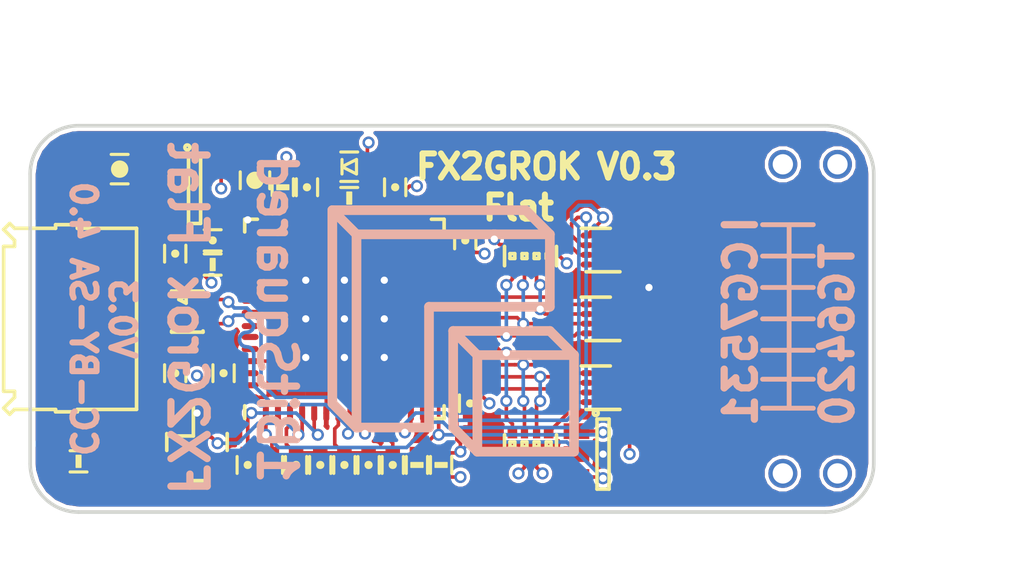
<source format=kicad_pcb>
(kicad_pcb (version 20171130) (host pcbnew 5.0.0-rc2-dev-unknown-268aeeb~64~ubuntu16.04.1)
  (title_block (title "FX2Grok Flat") (rev V0.3) (company 1BitSquared) (comment 1 "CC-BY-SA V4.0") (comment 2 "(C) 2017 1BitSquared <info@1bitsquared.com>") (comment 3 "(C) 2017 Piotr Esden-Tempski <piotr@esden.net>"))
  (layers (0 F.Cu signal) (1 In1.Cu signal) (2 In2.Cu signal) (31 B.Cu signal) (34 B.Paste user) (35 F.Paste user) (36 B.SilkS user) (37 F.SilkS user) (38 B.Mask user) (39 F.Mask user) (44 Edge.Cuts user))
  (net 0 "")
  (net 1 +3V3)
  (net 2 GND)
  (net 3 +5V)
  (net 4 "Net-(C12-Pad1)")
  (net 5 /XTALOUT)
  (net 6 /XTALIN)
  (net 7 /SCL)
  (net 8 /SDA)
  (net 9 /PB0)
  (net 10 /PB1)
  (net 11 /PB2)
  (net 12 /PB5)
  (net 13 /PB6)
  (net 14 /PB7)
  (net 15 /~RESET)
  (net 16 /WAKEUP)
  (net 17 /PB3)
  (net 18 /PB4)
  (net 19 /xPB1)
  (net 20 /xPB0)
  (net 21 /xPB3)
  (net 22 /xPB2)
  (net 23 /xPB5)
  (net 24 /xPB4)
  (net 25 /xPB7)
  (net 26 /xPB6)
  (net 27 /shield)
  (net 28 /USBD_P)
  (net 29 /xUSBD_P)
  (net 30 /USBD_N)
  (net 31 /xUSBD_N)
  (net 32 /PA1)
  (net 33 /TRIG)
  (net 34 /CLK)
  (net 35 /xTRIG)
  (net 36 /xCLK)
  (net 37 /xIFCLK)
  (net 38 "Net-(J1-Pad13)")
  (net 39 "Net-(U5-Pad4)")
  (net 40 "Net-(IC1-Pad2)")
  (net 41 /IFCLK)
  (net 42 "Net-(IC1-Pad29)")
  (net 43 "Net-(IC1-Pad31)")
  (net 44 "Net-(IC1-Pad33)")
  (net 45 "Net-(IC1-Pad35)")
  (net 46 "Net-(IC1-Pad36)")
  (net 47 "Net-(IC1-Pad37)")
  (net 48 "Net-(IC1-Pad38)")
  (net 49 "Net-(IC1-Pad39)")
  (net 50 "Net-(IC1-Pad40)")
  (net 51 "Net-(IC1-Pad45)")
  (net 52 "Net-(IC1-Pad46)")
  (net 53 "Net-(IC1-Pad47)")
  (net 54 "Net-(IC1-Pad48)")
  (net 55 "Net-(IC1-Pad51)")
  (net 56 "Net-(IC1-Pad52)")
  (net 57 "Net-(IC1-Pad54)")
  (net 58 "Net-(IC1-Pad49)")
  (net 59 "Net-(IC1-Pad50)")
  (net 60 "Net-(D1-PadC)")
  (net 61 "Net-(P1-Pad4)")
  (module pkl_logos:1b2_Logo_SilkS_10mm (layer B.Cu) (at 39.5 30.5 90)
    (fp_text reference REF**)
    (fp_text value 1b2_Logo_SilkS_10mm)
  )
  (module pkl_samtec:TFM-107-02-x-DH (layer F.Cu) (at 55.4 30 270)
    (fp_text reference J1 hide)
    (fp_text value Conn hide)
    (pad 14 smd rect (at -3.81 6.63 270) (size 0.74 1.14) (layers F.Cu F.Paste F.Mask) (net 37 /xIFCLK))
    (pad 13 smd rect (at -3.81 5.11 270) (size 0.74 1.14) (layers F.Cu F.Paste F.Mask) (net 38 "Net-(J1-Pad13)"))
    (pad 11 smd rect (at -2.54 5.11 270) (size 0.74 1.14) (layers F.Cu F.Paste F.Mask) (net 35 /xTRIG))
    (pad 9 smd rect (at -1.27 5.11 270) (size 0.74 1.14) (layers F.Cu F.Paste F.Mask) (net 2 GND))
    (pad 7 smd rect (at 0 5.11 270) (size 0.74 1.14) (layers F.Cu F.Paste F.Mask) (net 26 /xPB6))
    (pad 5 smd rect (at 1.27 5.11 270) (size 0.74 1.14) (layers F.Cu F.Paste F.Mask) (net 24 /xPB4))
    (pad 3 smd rect (at 2.54 5.11 270) (size 0.74 1.14) (layers F.Cu F.Paste F.Mask) (net 22 /xPB2))
    (pad 1 smd rect (at 3.81 5.11 270) (size 0.74 1.14) (layers F.Cu F.Paste F.Mask) (net 20 /xPB0))
    (pad 12 smd rect (at -2.54 6.63 270) (size 0.74 1.14) (layers F.Cu F.Paste F.Mask) (net 36 /xCLK))
    (pad 10 smd rect (at -1.27 6.63 270) (size 0.74 1.14) (layers F.Cu F.Paste F.Mask) (net 2 GND))
    (pad 8 smd rect (at 0 6.63 270) (size 0.74 1.14) (layers F.Cu F.Paste F.Mask) (net 25 /xPB7))
    (pad 6 smd rect (at 1.27 6.63 270) (size 0.74 1.14) (layers F.Cu F.Paste F.Mask) (net 23 /xPB5))
    (pad 4 smd rect (at 2.54 6.63 270) (size 0.74 1.14) (layers F.Cu F.Paste F.Mask) (net 21 /xPB3))
    (pad 2 smd rect (at 3.81 6.63 270) (size 0.74 1.14) (layers F.Cu F.Paste F.Mask) (net 19 /xPB1))
    (pad "" thru_hole circle (at 6.4 0 270) (size 1.2 1.2) (drill 0.84) (layers *.Cu *.Mask))
    (pad "" thru_hole circle (at -6.4 0 270) (size 1.2 1.2) (drill 0.84) (layers *.Cu *.Mask))
    (pad "" thru_hole circle (at -6.4 2.26 270) (size 1.2 1.2) (drill 0.84) (layers *.Cu *.Mask))
    (pad "" thru_hole circle (at 6.4 2.26 270) (size 1.2 1.2) (drill 0.84) (layers *.Cu *.Mask))
  )
  (module pkl_dipol:C_0402 (layer F.Cu) (at 37 36.05 270)
    (fp_text reference C1)
    (fp_text value 100n)
    (pad 1 smd rect (at -0.5 0 270) (size 0.5 0.6) (layers F.Cu F.Paste F.Mask) (net 1 +3V3))
    (pad 2 smd rect (at 0.5 0 270) (size 0.5 0.6) (layers F.Cu F.Paste F.Mask) (net 2 GND))
  )
  (module pkl_dipol:C_0402 (layer F.Cu) (at 40.2 33.5 270)
    (fp_text reference C2)
    (fp_text value 100n)
    (pad 1 smd rect (at -0.5 0 270) (size 0.5 0.6) (layers F.Cu F.Paste F.Mask) (net 1 +3V3))
    (pad 2 smd rect (at 0.5 0 270) (size 0.5 0.6) (layers F.Cu F.Paste F.Mask) (net 2 GND))
  )
  (module pkl_dipol:C_0402 (layer F.Cu) (at 40 26.75 90)
    (fp_text reference C3)
    (fp_text value 100n)
    (pad 1 smd rect (at -0.5 0 90) (size 0.5 0.6) (layers F.Cu F.Paste F.Mask) (net 1 +3V3))
    (pad 2 smd rect (at 0.5 0 90) (size 0.5 0.6) (layers F.Cu F.Paste F.Mask) (net 2 GND))
  )
  (module pkl_dipol:C_0402 (layer F.Cu) (at 37.1 24.55 90)
    (fp_text reference C4)
    (fp_text value 100n)
    (pad 1 smd rect (at -0.5 0 90) (size 0.5 0.6) (layers F.Cu F.Paste F.Mask) (net 1 +3V3))
    (pad 2 smd rect (at 0.5 0 90) (size 0.5 0.6) (layers F.Cu F.Paste F.Mask) (net 2 GND))
  )
  (module pkl_dipol:C_0402 (layer F.Cu) (at 29.55 26.75 180)
    (fp_text reference C5)
    (fp_text value 100n)
    (pad 1 smd rect (at -0.5 0 180) (size 0.5 0.6) (layers F.Cu F.Paste F.Mask) (net 1 +3V3))
    (pad 2 smd rect (at 0.5 0 180) (size 0.5 0.6) (layers F.Cu F.Paste F.Mask) (net 2 GND))
  )
  (module pkl_dipol:C_0402 (layer F.Cu) (at 30 32.25 90)
    (fp_text reference C6)
    (fp_text value 100n)
    (pad 1 smd rect (at -0.5 0 90) (size 0.5 0.6) (layers F.Cu F.Paste F.Mask) (net 1 +3V3))
    (pad 2 smd rect (at 0.5 0 90) (size 0.5 0.6) (layers F.Cu F.Paste F.Mask) (net 2 GND))
  )
  (module pkl_dipol:C_0402 (layer F.Cu) (at 33.000001 36.05 270)
    (fp_text reference C7)
    (fp_text value 2u2)
    (pad 1 smd rect (at -0.5 0 270) (size 0.5 0.6) (layers F.Cu F.Paste F.Mask) (net 1 +3V3))
    (pad 2 smd rect (at 0.5 0 270) (size 0.5 0.6) (layers F.Cu F.Paste F.Mask) (net 2 GND))
  )
  (module pkl_dipol:C_0402 (layer F.Cu) (at 36 36.05 270)
    (fp_text reference C8)
    (fp_text value 2u2)
    (pad 1 smd rect (at -0.5 0 270) (size 0.5 0.6) (layers F.Cu F.Paste F.Mask) (net 1 +3V3))
    (pad 2 smd rect (at 0.5 0 270) (size 0.5 0.6) (layers F.Cu F.Paste F.Mask) (net 2 GND))
  )
  (module pkl_dipol:C_0402 (layer F.Cu) (at 33.999999 36.05 270)
    (fp_text reference C9)
    (fp_text value 100n)
    (pad 1 smd rect (at -0.5 0 270) (size 0.5 0.6) (layers F.Cu F.Paste F.Mask) (net 1 +3V3))
    (pad 2 smd rect (at 0.5 0 270) (size 0.5 0.6) (layers F.Cu F.Paste F.Mask) (net 2 GND))
  )
  (module pkl_dipol:C_0402 (layer F.Cu) (at 35 36.05 270)
    (fp_text reference C10)
    (fp_text value 100n)
    (pad 1 smd rect (at -0.5 0 270) (size 0.5 0.6) (layers F.Cu F.Paste F.Mask) (net 1 +3V3))
    (pad 2 smd rect (at 0.5 0 270) (size 0.5 0.6) (layers F.Cu F.Paste F.Mask) (net 2 GND))
  )
  (module pkl_dipol:C_0603 (layer F.Cu) (at 25.7 23.8 180)
    (fp_text reference C11)
    (fp_text value 4u7)
    (pad 1 smd rect (at -0.75 0 180) (size 0.6 0.9) (layers F.Cu F.Paste F.Mask) (net 3 +5V))
    (pad 2 smd rect (at 0.75 0 180) (size 0.6 0.9) (layers F.Cu F.Paste F.Mask) (net 2 GND))
  )
  (module pkl_dipol:C_0402 (layer F.Cu) (at 28 27.3 270)
    (fp_text reference C12)
    (fp_text value 10n)
    (pad 1 smd rect (at -0.5 0 270) (size 0.5 0.6) (layers F.Cu F.Paste F.Mask) (net 4 "Net-(C12-Pad1)"))
    (pad 2 smd rect (at 0.5 0 270) (size 0.5 0.6) (layers F.Cu F.Paste F.Mask) (net 2 GND))
  )
  (module pkl_dipol:C_0603 (layer F.Cu) (at 31.3 24.263544 270)
    (fp_text reference C13)
    (fp_text value 4u7)
    (pad 1 smd rect (at -0.75 0 270) (size 0.6 0.9) (layers F.Cu F.Paste F.Mask) (net 1 +3V3))
    (pad 2 smd rect (at 0.75 0 270) (size 0.6 0.9) (layers F.Cu F.Paste F.Mask) (net 2 GND))
  )
  (module pkl_dipol:C_0402 (layer F.Cu) (at 33.45 24.55 90)
    (fp_text reference C14)
    (fp_text value 1u)
    (pad 1 smd rect (at -0.5 0 90) (size 0.5 0.6) (layers F.Cu F.Paste F.Mask) (net 15 /~RESET))
    (pad 2 smd rect (at 0.5 0 90) (size 0.5 0.6) (layers F.Cu F.Paste F.Mask) (net 2 GND))
  )
  (module pkl_dipol:C_0402 (layer F.Cu) (at 28 32.25 90)
    (fp_text reference C15)
    (fp_text value 10p)
    (pad 1 smd rect (at -0.5 0 90) (size 0.5 0.6) (layers F.Cu F.Paste F.Mask) (net 5 /XTALOUT))
    (pad 2 smd rect (at 0.5 0 90) (size 0.5 0.6) (layers F.Cu F.Paste F.Mask) (net 2 GND))
  )
  (module pkl_dipol:C_0402 (layer F.Cu) (at 31 36.05 270)
    (fp_text reference C16)
    (fp_text value 10p)
    (pad 1 smd rect (at -0.5 0 270) (size 0.5 0.6) (layers F.Cu F.Paste F.Mask) (net 6 /XTALIN))
    (pad 2 smd rect (at 0.5 0 270) (size 0.5 0.6) (layers F.Cu F.Paste F.Mask) (net 2 GND))
  )
  (module pkl_dipol:D_0603 (layer F.Cu) (at 35.2 23.7)
    (fp_text reference D1)
    (fp_text value GRN)
    (pad A smd rect (at 0.75 0 180) (size 0.6 0.9) (layers F.Cu F.Paste F.Mask) (net 1 +3V3))
    (pad C smd rect (at -0.75 0 180) (size 0.6 0.9) (layers F.Cu F.Paste F.Mask) (net 60 "Net-(D1-PadC)"))
  )
  (module pkl_connectors:Connector_USB_Micro_B_SMD (layer F.Cu) (at 23.5 30 180)
    (fp_text reference P1)
    (fp_text value pkl_USB_OTG hide)
    (pad GND smd rect (at 0 1.2 270) (size 1.9 1.9) (layers F.Cu F.Paste F.Mask) (net 27 /shield))
    (pad GND smd rect (at 0 -1.2 270) (size 1.9 1.9) (layers F.Cu F.Paste F.Mask) (net 27 /shield))
    (pad GND smd rect (at 0 -3.8 270) (size 1.8 1.9) (layers F.Cu F.Paste F.Mask) (net 27 /shield))
    (pad GND smd rect (at 0 3.8 270) (size 1.8 1.9) (layers F.Cu F.Paste F.Mask) (net 27 /shield))
    (pad GND smd rect (at -2.55 -3.1 270) (size 2.1 1.6) (layers F.Cu F.Paste F.Mask) (net 27 /shield))
    (pad GND smd rect (at -2.55 3.1 270) (size 2.1 1.6) (layers F.Cu F.Paste F.Mask) (net 27 /shield))
    (pad 1 smd rect (at -2.675 1.3 270) (size 0.4 1.35) (layers F.Cu F.Paste F.Mask) (net 3 +5V))
    (pad 2 smd rect (at -2.675 0.65 270) (size 0.4 1.35) (layers F.Cu F.Paste F.Mask) (net 31 /xUSBD_N))
    (pad 3 smd rect (at -2.675 0 270) (size 0.4 1.35) (layers F.Cu F.Paste F.Mask) (net 29 /xUSBD_P))
    (pad 4 smd rect (at -2.675 -0.65 270) (size 0.4 1.35) (layers F.Cu F.Paste F.Mask) (net 61 "Net-(P1-Pad4)"))
    (pad 5 smd rect (at -2.675 -1.3 270) (size 0.4 1.35) (layers F.Cu F.Paste F.Mask) (net 2 GND))
  )
  (module pkl_dipol:R_0402 (layer F.Cu) (at 35.2 25)
    (fp_text reference R1)
    (fp_text value 2k7)
    (pad 1 smd rect (at -0.5 0) (size 0.5 0.6) (layers F.Cu F.Paste F.Mask) (net 60 "Net-(D1-PadC)"))
    (pad 2 smd rect (at 0.5 0) (size 0.5 0.6) (layers F.Cu F.Paste F.Mask) (net 32 /PA1))
  )
  (module pkl_dipol:R_0402 (layer F.Cu) (at 38 36.05 270)
    (fp_text reference R2)
    (fp_text value 2k7)
    (pad 1 smd rect (at -0.5 0 270) (size 0.5 0.6) (layers F.Cu F.Paste F.Mask) (net 7 /SCL))
    (pad 2 smd rect (at 0.5 0 270) (size 0.5 0.6) (layers F.Cu F.Paste F.Mask) (net 1 +3V3))
  )
  (module pkl_dipol:R_0402 (layer F.Cu) (at 39 36.05 270)
    (fp_text reference R3)
    (fp_text value 2k7)
    (pad 1 smd rect (at -0.5 0 270) (size 0.5 0.6) (layers F.Cu F.Paste F.Mask) (net 8 /SDA))
    (pad 2 smd rect (at 0.5 0 270) (size 0.5 0.6) (layers F.Cu F.Paste F.Mask) (net 1 +3V3))
  )
  (module pkl_dipol:R_0402 (layer F.Cu) (at 32.45 24.55 90)
    (fp_text reference R4)
    (fp_text value 2k7)
    (pad 1 smd rect (at -0.5 0 90) (size 0.5 0.6) (layers F.Cu F.Paste F.Mask) (net 15 /~RESET))
    (pad 2 smd rect (at 0.5 0 90) (size 0.5 0.6) (layers F.Cu F.Paste F.Mask) (net 1 +3V3))
  )
  (module pkl_dipol:R_0402 (layer F.Cu) (at 29.55 27.75 180)
    (fp_text reference R5)
    (fp_text value 100k)
    (pad 1 smd rect (at -0.5 0 180) (size 0.5 0.6) (layers F.Cu F.Paste F.Mask) (net 16 /WAKEUP))
    (pad 2 smd rect (at 0.5 0 180) (size 0.5 0.6) (layers F.Cu F.Paste F.Mask) (net 1 +3V3))
  )
  (module pkl_dipol:R_Array_Convex_4x0402 (layer F.Cu) (at 42.7 35.2 180)
    (fp_text reference R8)
    (fp_text value 100k)
    (pad 3 smd rect (at -0.25 0.475 180) (size 0.3 0.45) (layers F.Cu F.Paste F.Mask) (net 10 /PB1))
    (pad 5 smd rect (at 0.25 0.475 180) (size 0.3 0.45) (layers F.Cu F.Paste F.Mask) (net 11 /PB2))
    (pad 1 smd rect (at -0.75 0.475 180) (size 0.4 0.45) (layers F.Cu F.Paste F.Mask) (net 9 /PB0))
    (pad 7 smd rect (at 0.75 0.475 180) (size 0.4 0.45) (layers F.Cu F.Paste F.Mask) (net 17 /PB3))
    (pad 2 smd rect (at -0.75 -0.475 180) (size 0.4 0.45) (layers F.Cu F.Paste F.Mask) (net 1 +3V3))
    (pad 4 smd rect (at -0.25 -0.475 180) (size 0.3 0.45) (layers F.Cu F.Paste F.Mask) (net 1 +3V3))
    (pad 6 smd rect (at 0.25 -0.475 180) (size 0.3 0.45) (layers F.Cu F.Paste F.Mask) (net 1 +3V3))
    (pad 8 smd rect (at 0.75 -0.475 180) (size 0.4 0.45) (layers F.Cu F.Paste F.Mask) (net 1 +3V3))
  )
  (module pkl_dipol:R_Array_Convex_4x0402 (layer F.Cu) (at 42.7 27.4)
    (fp_text reference R9)
    (fp_text value 100k)
    (pad 3 smd rect (at -0.25 0.475) (size 0.3 0.45) (layers F.Cu F.Paste F.Mask) (net 12 /PB5))
    (pad 5 smd rect (at 0.25 0.475) (size 0.3 0.45) (layers F.Cu F.Paste F.Mask) (net 13 /PB6))
    (pad 1 smd rect (at -0.75 0.475) (size 0.4 0.45) (layers F.Cu F.Paste F.Mask) (net 18 /PB4))
    (pad 7 smd rect (at 0.75 0.475) (size 0.4 0.45) (layers F.Cu F.Paste F.Mask) (net 14 /PB7))
    (pad 2 smd rect (at -0.75 -0.475) (size 0.4 0.45) (layers F.Cu F.Paste F.Mask) (net 1 +3V3))
    (pad 4 smd rect (at -0.25 -0.475) (size 0.3 0.45) (layers F.Cu F.Paste F.Mask) (net 1 +3V3))
    (pad 6 smd rect (at 0.25 -0.475) (size 0.3 0.45) (layers F.Cu F.Paste F.Mask) (net 1 +3V3))
    (pad 8 smd rect (at 0.75 -0.475) (size 0.4 0.45) (layers F.Cu F.Paste F.Mask) (net 1 +3V3))
  )
  (module pkl_housings_sot:SOT-23-5 (layer F.Cu) (at 28.8 24.6 180)
    (fp_text reference U1)
    (fp_text value 3.3V)
    (pad 1 smd rect (at 1.1 0.95) (size 1.06 0.65) (layers F.Cu F.Paste F.Mask) (net 3 +5V))
    (pad 2 smd rect (at 1.1 0) (size 1.06 0.65) (layers F.Cu F.Paste F.Mask) (net 2 GND))
    (pad 3 smd rect (at 1.1 -0.95) (size 1.06 0.65) (layers F.Cu F.Paste F.Mask) (net 3 +5V))
    (pad 4 smd rect (at -1.1 -0.95) (size 1.06 0.65) (layers F.Cu F.Paste F.Mask) (net 4 "Net-(C12-Pad1)"))
    (pad 5 smd rect (at -1.1 0.95) (size 1.06 0.65) (layers F.Cu F.Paste F.Mask) (net 1 +3V3))
  )
  (module pkl_housings_sot:SOT-666 (layer F.Cu) (at 28.5 29.7 180)
    (fp_text reference U2)
    (fp_text value USBLC6-2)
    (pad 1 smd oval (at 0.85 0.5 270) (size 0.375 0.7) (layers F.Cu F.Paste F.Mask) (net 31 /xUSBD_N))
    (pad 2 smd oval (at 0.85 0 270) (size 0.3 0.7) (layers F.Cu F.Paste F.Mask) (net 2 GND))
    (pad 3 smd oval (at 0.85 -0.5 270) (size 0.375 0.7) (layers F.Cu F.Paste F.Mask) (net 29 /xUSBD_P))
    (pad 4 smd oval (at -0.85 -0.5 270) (size 0.375 0.7) (layers F.Cu F.Paste F.Mask) (net 28 /USBD_P))
    (pad 5 smd oval (at -0.85 0 270) (size 0.3 0.7) (layers F.Cu F.Paste F.Mask) (net 3 +5V))
    (pad 6 smd oval (at -0.85 0.5 270) (size 0.35 0.7) (layers F.Cu F.Paste F.Mask) (net 30 /USBD_N))
  )
  (module pkl_misc:ABM8 (layer F.Cu) (at 28.9 35.1 270)
    (fp_text reference X1)
    (fp_text value 24MHz)
    (pad 1 smd rect (at -1.15 0.925 270) (size 1.3 1.05) (layers F.Cu F.Paste F.Mask) (net 5 /XTALOUT))
    (pad 2 smd rect (at 1.15 -0.925 270) (size 1.3 1.05) (layers F.Cu F.Paste F.Mask) (net 6 /XTALIN))
    (pad GND smd rect (at -1.15 -0.925 270) (size 1.3 1.05) (layers F.Cu F.Paste F.Mask) (net 2 GND))
    (pad GND smd rect (at 1.15 0.925 270) (size 1.3 1.05) (layers F.Cu F.Paste F.Mask) (net 2 GND))
  )
  (module pkl_dipol:R_0402 (layer F.Cu) (at 24 35.9)
    (fp_text reference R10)
    (fp_text value 1m)
    (pad 1 smd rect (at -0.5 0) (size 0.5 0.6) (layers F.Cu F.Paste F.Mask) (net 27 /shield))
    (pad 2 smd rect (at 0.5 0) (size 0.5 0.6) (layers F.Cu F.Paste F.Mask) (net 2 GND))
  )
  (module pkl_dipol:R_0402 (layer F.Cu) (at 32 36.05 90)
    (fp_text reference R6)
    (fp_text value 100k)
    (pad 1 smd rect (at -0.5 0 90) (size 0.5 0.6) (layers F.Cu F.Paste F.Mask) (net 1 +3V3))
    (pad 2 smd rect (at 0.5 0 90) (size 0.5 0.6) (layers F.Cu F.Paste F.Mask) (net 33 /TRIG))
  )
  (module pkl_housings_sot:SOT-23-5 (layer F.Cu) (at 45.7 35.6 180)
    (fp_text reference U5)
    (fp_text value 24LC00)
    (pad 1 smd rect (at 1.1 0.95) (size 1.06 0.65) (layers F.Cu F.Paste F.Mask) (net 7 /SCL))
    (pad 2 smd rect (at 1.1 0) (size 1.06 0.65) (layers F.Cu F.Paste F.Mask) (net 2 GND))
    (pad 3 smd rect (at 1.1 -0.95) (size 1.06 0.65) (layers F.Cu F.Paste F.Mask) (net 8 /SDA))
    (pad 4 smd rect (at -1.1 -0.95) (size 1.06 0.65) (layers F.Cu F.Paste F.Mask) (net 39 "Net-(U5-Pad4)"))
    (pad 5 smd rect (at -1.1 0.95) (size 1.06 0.65) (layers F.Cu F.Paste F.Mask) (net 1 +3V3))
  )
  (module pkl_housings_dfn_qfn:DFN-8-1EP_1.35x1.7mm_Pitch0.4mm (layer F.Cu) (at 45.7 27.15)
    (fp_text reference U6)
    (fp_text value IP425x-4-TTL)
    (pad 1 smd oval (at -0.675 -0.6) (size 0.5 0.25) (layers F.Cu F.Paste F.Mask) (net 41 /IFCLK))
    (pad 2 smd oval (at -0.675 -0.2) (size 0.5 0.25) (layers F.Cu F.Paste F.Mask) (net 33 /TRIG))
    (pad 3 smd oval (at -0.675 0.2) (size 0.5 0.25) (layers F.Cu F.Paste F.Mask) (net 34 /CLK))
    (pad 4 smd oval (at -0.675 0.6) (size 0.5 0.25) (layers F.Cu F.Paste F.Mask))
    (pad 5 smd oval (at 0.675 0.6) (size 0.5 0.25) (layers F.Cu F.Paste F.Mask))
    (pad 6 smd oval (at 0.675 0.2) (size 0.5 0.25) (layers F.Cu F.Paste F.Mask) (net 36 /xCLK))
    (pad 7 smd oval (at 0.675 -0.2) (size 0.5 0.25) (layers F.Cu F.Paste F.Mask) (net 35 /xTRIG))
    (pad 8 smd oval (at 0.675 -0.6) (size 0.5 0.25) (layers F.Cu F.Paste F.Mask) (net 37 /xIFCLK))
    (pad 9 smd rect (at 0 0.3) (size 0.5 0.6) (layers F.Cu F.Paste F.Mask) (net 2 GND))
    (pad 9 smd rect (at 0 -0.3) (size 0.5 0.6) (layers F.Cu F.Paste F.Mask) (net 2 GND))
  )
  (module pkl_housings_dfn_qfn:DFN-8-1EP_1.35x1.7mm_Pitch0.4mm (layer F.Cu) (at 45.7 30)
    (fp_text reference U4)
    (fp_text value IP425x-4-TTL)
    (pad 1 smd oval (at -0.675 -0.6) (size 0.5 0.25) (layers F.Cu F.Paste F.Mask) (net 14 /PB7))
    (pad 2 smd oval (at -0.675 -0.2) (size 0.5 0.25) (layers F.Cu F.Paste F.Mask) (net 13 /PB6))
    (pad 3 smd oval (at -0.675 0.2) (size 0.5 0.25) (layers F.Cu F.Paste F.Mask) (net 12 /PB5))
    (pad 4 smd oval (at -0.675 0.6) (size 0.5 0.25) (layers F.Cu F.Paste F.Mask) (net 18 /PB4))
    (pad 5 smd oval (at 0.675 0.6) (size 0.5 0.25) (layers F.Cu F.Paste F.Mask) (net 24 /xPB4))
    (pad 6 smd oval (at 0.675 0.2) (size 0.5 0.25) (layers F.Cu F.Paste F.Mask) (net 23 /xPB5))
    (pad 7 smd oval (at 0.675 -0.2) (size 0.5 0.25) (layers F.Cu F.Paste F.Mask) (net 26 /xPB6))
    (pad 8 smd oval (at 0.675 -0.6) (size 0.5 0.25) (layers F.Cu F.Paste F.Mask) (net 25 /xPB7))
    (pad 9 smd rect (at 0 0.3) (size 0.5 0.6) (layers F.Cu F.Paste F.Mask) (net 2 GND))
    (pad 9 smd rect (at 0 -0.3) (size 0.5 0.6) (layers F.Cu F.Paste F.Mask) (net 2 GND))
  )
  (module pkl_housings_dfn_qfn:DFN-8-1EP_1.35x1.7mm_Pitch0.4mm (layer F.Cu) (at 45.7 32.85)
    (fp_text reference U3)
    (fp_text value IP425x-4-TTL)
    (pad 1 smd oval (at -0.675 -0.6) (size 0.5 0.25) (layers F.Cu F.Paste F.Mask) (net 17 /PB3))
    (pad 2 smd oval (at -0.675 -0.2) (size 0.5 0.25) (layers F.Cu F.Paste F.Mask) (net 11 /PB2))
    (pad 3 smd oval (at -0.675 0.2) (size 0.5 0.25) (layers F.Cu F.Paste F.Mask) (net 10 /PB1))
    (pad 4 smd oval (at -0.675 0.6) (size 0.5 0.25) (layers F.Cu F.Paste F.Mask) (net 9 /PB0))
    (pad 5 smd oval (at 0.675 0.6) (size 0.5 0.25) (layers F.Cu F.Paste F.Mask) (net 20 /xPB0))
    (pad 6 smd oval (at 0.675 0.2) (size 0.5 0.25) (layers F.Cu F.Paste F.Mask) (net 19 /xPB1))
    (pad 7 smd oval (at 0.675 -0.2) (size 0.5 0.25) (layers F.Cu F.Paste F.Mask) (net 22 /xPB2))
    (pad 8 smd oval (at 0.675 -0.6) (size 0.5 0.25) (layers F.Cu F.Paste F.Mask) (net 21 /xPB3))
    (pad 9 smd rect (at 0 0.3) (size 0.5 0.6) (layers F.Cu F.Paste F.Mask) (net 2 GND))
    (pad 9 smd rect (at 0 -0.3) (size 0.5 0.6) (layers F.Cu F.Paste F.Mask) (net 2 GND))
  )
  (module pkl_housings_dfn_qfn:QFN-56-1EP_8x8mm_Pitch0.5mm (layer F.Cu) (at 35 30 90)
    (fp_text reference IC1)
    (fp_text value CY7C68013A-56)
    (pad 1 smd oval (at -3.9 -3.25 90) (size 0.7 0.25) (layers F.Cu F.Paste F.Mask) (net 33 /TRIG))
    (pad 2 smd oval (at -3.9 -2.75 90) (size 0.7 0.25) (layers F.Cu F.Paste F.Mask) (net 40 "Net-(IC1-Pad2)"))
    (pad 3 smd oval (at -3.9 -2.25 90) (size 0.7 0.25) (layers F.Cu F.Paste F.Mask) (net 1 +3V3))
    (pad 4 smd oval (at -3.9 -1.75 90) (size 0.7 0.25) (layers F.Cu F.Paste F.Mask) (net 5 /XTALOUT))
    (pad 5 smd oval (at -3.9 -1.25 90) (size 0.7 0.25) (layers F.Cu F.Paste F.Mask) (net 6 /XTALIN))
    (pad 6 smd oval (at -3.9 -0.75 90) (size 0.7 0.25) (layers F.Cu F.Paste F.Mask) (net 2 GND))
    (pad 7 smd oval (at -3.9 -0.25 90) (size 0.7 0.25) (layers F.Cu F.Paste F.Mask) (net 1 +3V3))
    (pad 8 smd oval (at -3.9 0.25 90) (size 0.7 0.25) (layers F.Cu F.Paste F.Mask) (net 28 /USBD_P))
    (pad 9 smd oval (at -3.9 0.75 90) (size 0.7 0.25) (layers F.Cu F.Paste F.Mask) (net 30 /USBD_N))
    (pad 10 smd oval (at -3.9 1.25 90) (size 0.7 0.25) (layers F.Cu F.Paste F.Mask) (net 2 GND))
    (pad 11 smd oval (at -3.9 1.75 90) (size 0.7 0.25) (layers F.Cu F.Paste F.Mask) (net 1 +3V3))
    (pad 12 smd oval (at -3.9 2.25 90) (size 0.7 0.25) (layers F.Cu F.Paste F.Mask) (net 2 GND))
    (pad 13 smd oval (at -3.9 2.75 90) (size 0.7 0.25) (layers F.Cu F.Paste F.Mask) (net 41 /IFCLK))
    (pad 14 smd oval (at -3.9 3.25 90) (size 0.7 0.25) (layers F.Cu F.Paste F.Mask) (net 2 GND))
    (pad 15 smd oval (at -3.25 3.9 180) (size 0.7 0.25) (layers F.Cu F.Paste F.Mask) (net 7 /SCL))
    (pad 16 smd oval (at -2.75 3.9 180) (size 0.7 0.25) (layers F.Cu F.Paste F.Mask) (net 8 /SDA))
    (pad 17 smd oval (at -2.25 3.9 180) (size 0.7 0.25) (layers F.Cu F.Paste F.Mask) (net 1 +3V3))
    (pad 18 smd oval (at -1.75 3.9 180) (size 0.7 0.25) (layers F.Cu F.Paste F.Mask) (net 9 /PB0))
    (pad 19 smd oval (at -1.25 3.9 180) (size 0.7 0.25) (layers F.Cu F.Paste F.Mask) (net 10 /PB1))
    (pad 20 smd oval (at -0.75 3.9 180) (size 0.7 0.25) (layers F.Cu F.Paste F.Mask) (net 11 /PB2))
    (pad 23 smd oval (at 0.75 3.9 180) (size 0.7 0.25) (layers F.Cu F.Paste F.Mask) (net 12 /PB5))
    (pad 24 smd oval (at 1.25 3.9 180) (size 0.7 0.25) (layers F.Cu F.Paste F.Mask) (net 13 /PB6))
    (pad 25 smd oval (at 1.75 3.9 180) (size 0.7 0.25) (layers F.Cu F.Paste F.Mask) (net 14 /PB7))
    (pad 26 smd oval (at 2.25 3.9 180) (size 0.7 0.25) (layers F.Cu F.Paste F.Mask) (net 2 GND))
    (pad 27 smd oval (at 2.75 3.9 180) (size 0.7 0.25) (layers F.Cu F.Paste F.Mask) (net 1 +3V3))
    (pad 28 smd oval (at 3.25 3.9 180) (size 0.7 0.25) (layers F.Cu F.Paste F.Mask) (net 2 GND))
    (pad 29 smd oval (at 3.9 3.25 90) (size 0.7 0.25) (layers F.Cu F.Paste F.Mask) (net 42 "Net-(IC1-Pad29)"))
    (pad 30 smd oval (at 3.9 2.75 90) (size 0.7 0.25) (layers F.Cu F.Paste F.Mask) (net 34 /CLK))
    (pad 31 smd oval (at 3.9 2.25 90) (size 0.7 0.25) (layers F.Cu F.Paste F.Mask) (net 43 "Net-(IC1-Pad31)"))
    (pad 32 smd oval (at 3.9 1.75 90) (size 0.7 0.25) (layers F.Cu F.Paste F.Mask) (net 1 +3V3))
    (pad 33 smd oval (at 3.9 1.25 90) (size 0.7 0.25) (layers F.Cu F.Paste F.Mask) (net 44 "Net-(IC1-Pad33)"))
    (pad 34 smd oval (at 3.9 0.75 90) (size 0.7 0.25) (layers F.Cu F.Paste F.Mask) (net 32 /PA1))
    (pad 35 smd oval (at 3.9 0.25 90) (size 0.7 0.25) (layers F.Cu F.Paste F.Mask) (net 45 "Net-(IC1-Pad35)"))
    (pad 36 smd oval (at 3.9 -0.25 90) (size 0.7 0.25) (layers F.Cu F.Paste F.Mask) (net 46 "Net-(IC1-Pad36)"))
    (pad 37 smd oval (at 3.9 -0.75 90) (size 0.7 0.25) (layers F.Cu F.Paste F.Mask) (net 47 "Net-(IC1-Pad37)"))
    (pad 38 smd oval (at 3.9 -1.25 90) (size 0.7 0.25) (layers F.Cu F.Paste F.Mask) (net 48 "Net-(IC1-Pad38)"))
    (pad 39 smd oval (at 3.9 -1.75 90) (size 0.7 0.25) (layers F.Cu F.Paste F.Mask) (net 49 "Net-(IC1-Pad39)"))
    (pad 40 smd oval (at 3.9 -2.25 90) (size 0.7 0.25) (layers F.Cu F.Paste F.Mask) (net 50 "Net-(IC1-Pad40)"))
    (pad 41 smd oval (at 3.9 -2.75 90) (size 0.7 0.25) (layers F.Cu F.Paste F.Mask) (net 2 GND))
    (pad 42 smd oval (at 3.9 -3.25 90) (size 0.7 0.25) (layers F.Cu F.Paste F.Mask) (net 15 /~RESET))
    (pad 43 smd oval (at 3.25 -3.9 180) (size 0.7 0.25) (layers F.Cu F.Paste F.Mask) (net 1 +3V3))
    (pad 44 smd oval (at 2.75 -3.9 180) (size 0.7 0.25) (layers F.Cu F.Paste F.Mask) (net 16 /WAKEUP))
    (pad 45 smd oval (at 2.25 -3.9 180) (size 0.7 0.25) (layers F.Cu F.Paste F.Mask) (net 51 "Net-(IC1-Pad45)"))
    (pad 46 smd oval (at 1.75 -3.9 180) (size 0.7 0.25) (layers F.Cu F.Paste F.Mask) (net 52 "Net-(IC1-Pad46)"))
    (pad 47 smd oval (at 1.25 -3.9 180) (size 0.7 0.25) (layers F.Cu F.Paste F.Mask) (net 53 "Net-(IC1-Pad47)"))
    (pad 48 smd oval (at 0.75 -3.9 180) (size 0.7 0.25) (layers F.Cu F.Paste F.Mask) (net 54 "Net-(IC1-Pad48)"))
    (pad 51 smd oval (at -0.75 -3.9 180) (size 0.7 0.25) (layers F.Cu F.Paste F.Mask) (net 55 "Net-(IC1-Pad51)"))
    (pad 52 smd oval (at -1.25 -3.9 180) (size 0.7 0.25) (layers F.Cu F.Paste F.Mask) (net 56 "Net-(IC1-Pad52)"))
    (pad 53 smd oval (at -1.75 -3.9 180) (size 0.7 0.25) (layers F.Cu F.Paste F.Mask) (net 2 GND))
    (pad 54 smd oval (at -2.25 -3.9 180) (size 0.7 0.25) (layers F.Cu F.Paste F.Mask) (net 57 "Net-(IC1-Pad54)"))
    (pad 55 smd oval (at -2.75 -3.9 180) (size 0.7 0.25) (layers F.Cu F.Paste F.Mask) (net 1 +3V3))
    (pad 56 smd oval (at -3.25 -3.9 180) (size 0.7 0.25) (layers F.Cu F.Paste F.Mask) (net 2 GND))
    (pad 57 smd rect (at 2.41875 2.41875 90) (size 1.6125 1.6125) (layers F.Cu F.Paste F.Mask) (net 2 GND))
    (pad 57 smd rect (at 2.41875 0.80625 90) (size 1.6125 1.6125) (layers F.Cu F.Paste F.Mask) (net 2 GND))
    (pad 57 smd rect (at 2.41875 -0.80625 90) (size 1.6125 1.6125) (layers F.Cu F.Paste F.Mask) (net 2 GND))
    (pad 57 smd rect (at 2.41875 -2.41875 90) (size 1.6125 1.6125) (layers F.Cu F.Paste F.Mask) (net 2 GND))
    (pad 57 smd rect (at 0.80625 2.41875 90) (size 1.6125 1.6125) (layers F.Cu F.Paste F.Mask) (net 2 GND))
    (pad 57 smd rect (at 0.80625 0.80625 90) (size 1.6125 1.6125) (layers F.Cu F.Paste F.Mask) (net 2 GND))
    (pad 57 smd rect (at 0.80625 -0.80625 90) (size 1.6125 1.6125) (layers F.Cu F.Paste F.Mask) (net 2 GND))
    (pad 57 smd rect (at 0.80625 -2.41875 90) (size 1.6125 1.6125) (layers F.Cu F.Paste F.Mask) (net 2 GND))
    (pad 57 smd rect (at -0.80625 2.41875 90) (size 1.6125 1.6125) (layers F.Cu F.Paste F.Mask) (net 2 GND))
    (pad 57 smd rect (at -0.80625 0.80625 90) (size 1.6125 1.6125) (layers F.Cu F.Paste F.Mask) (net 2 GND))
    (pad 57 smd rect (at -0.80625 -0.80625 90) (size 1.6125 1.6125) (layers F.Cu F.Paste F.Mask) (net 2 GND))
    (pad 57 smd rect (at -0.80625 -2.41875 90) (size 1.6125 1.6125) (layers F.Cu F.Paste F.Mask) (net 2 GND))
    (pad 57 smd rect (at -2.41875 2.41875 90) (size 1.6125 1.6125) (layers F.Cu F.Paste F.Mask) (net 2 GND))
    (pad 57 smd rect (at -2.41875 0.80625 90) (size 1.6125 1.6125) (layers F.Cu F.Paste F.Mask) (net 2 GND))
    (pad 57 smd rect (at -2.41875 -0.80625 90) (size 1.6125 1.6125) (layers F.Cu F.Paste F.Mask) (net 2 GND))
    (pad 57 smd rect (at -2.41875 -2.41875 90) (size 1.6125 1.6125) (layers F.Cu F.Paste F.Mask) (net 2 GND))
    (pad 49 smd oval (at 0.25 -3.9 180) (size 0.7 0.25) (layers F.Cu F.Paste F.Mask) (net 58 "Net-(IC1-Pad49)"))
    (pad 50 smd oval (at -0.3 -3.9 180) (size 0.7 0.25) (layers F.Cu F.Paste F.Mask) (net 59 "Net-(IC1-Pad50)"))
    (pad 21 smd oval (at -0.25 3.9 180) (size 0.7 0.25) (layers F.Cu F.Paste F.Mask) (net 17 /PB3))
    (pad 22 smd oval (at 0.25 3.9 180) (size 0.7 0.25) (layers F.Cu F.Paste F.Mask) (net 18 /PB4))
    (pad 57 thru_hole circle (at 1.6 -1.6 90) (size 0.5 0.5) (drill 0.3) (layers *.Cu F.Mask) (net 2 GND))
    (pad 57 thru_hole circle (at 1.6 0 90) (size 0.5 0.5) (drill 0.3) (layers *.Cu F.Mask) (net 2 GND))
    (pad 57 thru_hole circle (at 1.6 1.65 90) (size 0.5 0.5) (drill 0.3) (layers *.Cu F.Mask) (net 2 GND))
    (pad 57 thru_hole circle (at 0 1.65 90) (size 0.5 0.5) (drill 0.3) (layers *.Cu F.Mask) (net 2 GND))
    (pad 57 thru_hole circle (at 0 0 90) (size 0.5 0.5) (drill 0.3) (layers *.Cu F.Mask) (net 2 GND))
    (pad 57 thru_hole circle (at 0 -1.6 90) (size 0.5 0.5) (drill 0.3) (layers *.Cu F.Mask) (net 2 GND))
    (pad 57 thru_hole circle (at -1.6 -1.6 90) (size 0.5 0.5) (drill 0.3) (layers *.Cu F.Mask) (net 2 GND))
    (pad 57 thru_hole circle (at -1.6 0 90) (size 0.5 0.5) (drill 0.3) (layers *.Cu F.Mask) (net 2 GND))
    (pad 57 thru_hole circle (at -1.6 1.65 90) (size 0.5 0.5) (drill 0.3) (layers *.Cu F.Mask) (net 2 GND))
  )
  (gr_text 1BitSquared (at 32.2 30 270) (layer B.SilkS) (effects (font (size 1.5 1.5) (thickness 0.3)) (justify mirror)))
  (gr_text I (at 51.4 26.1 90) (layer B.SilkS) (effects (font (size 1.25 1.25) (thickness 0.3)) (justify mirror)))
  (gr_line (start 53.4 26.1) (end 54.4 26.1) (layer B.SilkS) (width 0.2))
  (gr_line (start 53.4 26.1) (end 52.3 26.1) (layer B.SilkS) (width 0.2))
  (gr_text Flat (at 42.2 25.4) (layer F.SilkS) (effects (font (size 1 1) (thickness 0.25))))
  (gr_text 7 (at 51.4 29.9 90) (layer B.SilkS) (effects (font (size 1.25 1.25) (thickness 0.3)) (justify mirror)))
  (gr_text C (at 51.4 27.4 90) (layer B.SilkS) (effects (font (size 1.25 1.25) (thickness 0.3)) (justify mirror)))
  (gr_text G (at 51.4 28.7 90) (layer B.SilkS) (effects (font (size 1.25 1.25) (thickness 0.3)) (justify mirror)))
  (gr_text G (at 55.4 28.7 90) (layer B.SilkS) (effects (font (size 1.25 1.25) (thickness 0.3)) (justify mirror)))
  (gr_text T (at 55.4 27.4 90) (layer B.SilkS) (effects (font (size 1.25 1.25) (thickness 0.3)) (justify mirror)))
  (gr_text 6 (at 55.4 30 90) (layer B.SilkS) (effects (font (size 1.25 1.25) (thickness 0.3)) (justify mirror)))
  (gr_line (start 53.4 33.7) (end 52.3 33.7) (layer B.SilkS) (width 0.2))
  (gr_line (start 53.4 33.7) (end 54.4 33.7) (layer B.SilkS) (width 0.2))
  (gr_line (start 53.4 32.5) (end 52.3 32.5) (layer B.SilkS) (width 0.2))
  (gr_line (start 53.4 32.5) (end 54.4 32.5) (layer B.SilkS) (width 0.2))
  (gr_line (start 53.4 31.3) (end 52.3 31.3) (layer B.SilkS) (width 0.2))
  (gr_line (start 53.4 31.3) (end 54.4 31.3) (layer B.SilkS) (width 0.2))
  (gr_line (start 53.4 30) (end 52.3 30) (layer B.SilkS) (width 0.2))
  (gr_line (start 53.4 30) (end 54.4 30) (layer B.SilkS) (width 0.2))
  (gr_line (start 53.3 28.7) (end 52.3 28.7) (layer B.SilkS) (width 0.2))
  (gr_line (start 53.4 28.7) (end 54.4 28.7) (layer B.SilkS) (width 0.2))
  (gr_line (start 53.4 27.4) (end 52.3 27.4) (layer B.SilkS) (width 0.2))
  (gr_line (start 53.4 27.4) (end 54.4 27.4) (layer B.SilkS) (width 0.2))
  (gr_line (start 53.4 33.7) (end 53.4 26.1) (layer B.SilkS) (width 0.2))
  (gr_text 4 (at 55.4 31.2 90) (layer B.SilkS) (effects (font (size 1.25 1.25) (thickness 0.3)) (justify mirror)))
  (gr_text 5 (at 51.4 31.2 90) (layer B.SilkS) (effects (font (size 1.25 1.25) (thickness 0.3)) (justify mirror)))
  (gr_text 3 (at 51.4 32.5 90) (layer B.SilkS) (effects (font (size 1.25 1.25) (thickness 0.3)) (justify mirror)))
  (gr_text 2 (at 55.4 32.5 90) (layer B.SilkS) (effects (font (size 1.25 1.25) (thickness 0.3)) (justify mirror)))
  (gr_text 1 (at 51.4 33.8 90) (layer B.SilkS) (effects (font (size 1.25 1.25) (thickness 0.3)) (justify mirror)))
  (gr_text 0 (at 55.4 33.8 90) (layer B.SilkS) (effects (font (size 1.25 1.25) (thickness 0.3)) (justify mirror)))
  (gr_text "V0.3\nCC-BY-SA 4.0" (at 25 30 270) (layer B.SilkS) (effects (font (size 1 1) (thickness 0.25)) (justify mirror)))
  (gr_text "FX2Grok Flat" (at 28.5 30 270) (layer B.SilkS) (effects (font (size 1.5 1.5) (thickness 0.3)) (justify mirror)))
  (gr_text V0.3 (at 47.1 23.7) (layer F.SilkS) (effects (font (size 1 1) (thickness 0.25))))
  (gr_text FX2GROK (at 41.4 23.7) (layer F.SilkS) (effects (font (size 1 1) (thickness 0.25))))
  (gr_arc (start 24 36) (end 24 38) (angle 90) (layer Edge.Cuts) (width 0.15))
  (gr_arc (start 54.9 36) (end 56.9 36) (angle 90) (layer Edge.Cuts) (width 0.15))
  (gr_arc (start 54.9 24) (end 54.9 22) (angle 90) (layer Edge.Cuts) (width 0.15))
  (gr_arc (start 24 24) (end 22 24) (angle 90) (layer Edge.Cuts) (width 0.15))
  (gr_line (start 22 36) (end 22 24) (layer Edge.Cuts) (width 0.15))
  (gr_line (start 54.9 38) (end 24 38) (layer Edge.Cuts) (width 0.15))
  (gr_line (start 56.9 24) (end 56.9 36) (layer Edge.Cuts) (width 0.15))
  (gr_line (start 24 22) (end 54.9 22) (layer Edge.Cuts) (width 0.15))
  (segment (start 29.149999 32.599999) (end 28.9 32.35) (width 0.15) (layer F.Cu) (net 1))
  (segment (start 29.3 32.75) (end 29.149999 32.599999) (width 0.15) (layer F.Cu) (net 1))
  (segment (start 30 32.75) (end 29.3 32.75) (width 0.15) (layer F.Cu) (net 1))
  (via (at 28.9 32.35) (size 0.5) (drill 0.3) (layers F.Cu B.Cu) (net 1))
  (segment (start 42.95 26.925) (end 43.425 26.925) (width 0.15) (layer F.Cu) (net 1))
  (via (at 44.2 27.7) (size 0.5) (drill 0.3) (layers F.Cu B.Cu) (net 1))
  (segment (start 43.425 26.925) (end 43.950001 27.450001) (width 0.15) (layer F.Cu) (net 1))
  (segment (start 43.950001 27.450001) (end 44.2 27.7) (width 0.15) (layer F.Cu) (net 1))
  (segment (start 41.425004 26.925) (end 41.200004 26.7) (width 0.15) (layer F.Cu) (net 1))
  (segment (start 42.45 26.925) (end 41.425004 26.925) (width 0.15) (layer F.Cu) (net 1))
  (via (at 41.200004 26.7) (size 0.5) (drill 0.3) (layers F.Cu B.Cu) (net 1))
  (segment (start 39 36.55) (end 39.8 36.55) (width 0.15) (layer F.Cu) (net 1))
  (via (at 39.8 36.55) (size 0.5) (drill 0.3) (layers F.Cu B.Cu) (net 1))
  (segment (start 39 36.55) (end 38 36.55) (width 0.15) (layer F.Cu) (net 1))
  (segment (start 37 35.55) (end 38 36.55) (width 0.15) (layer F.Cu) (net 1))
  (segment (start 37.15 25.05) (end 37.7 24.5) (width 0.15) (layer F.Cu) (net 1))
  (segment (start 37.1 25.05) (end 37.15 25.05) (width 0.15) (layer F.Cu) (net 1))
  (via (at 38 24.5) (size 0.5) (drill 0.3) (layers F.Cu B.Cu) (net 1))
  (segment (start 37.7 24.5) (end 38 24.5) (width 0.15) (layer F.Cu) (net 1))
  (segment (start 42.95 35.675) (end 42.95 36.15) (width 0.15) (layer F.Cu) (net 1))
  (via (at 43.2 36.4) (size 0.5) (drill 0.3) (layers F.Cu B.Cu) (net 1))
  (segment (start 42.95 36.15) (end 43.2 36.4) (width 0.15) (layer F.Cu) (net 1))
  (segment (start 42.45 35.675) (end 42.45 36.15) (width 0.15) (layer F.Cu) (net 1))
  (segment (start 42.45 36.15) (end 42.2 36.4) (width 0.15) (layer F.Cu) (net 1))
  (via (at 42.2 36.4) (size 0.5) (drill 0.3) (layers F.Cu B.Cu) (net 1))
  (segment (start 42.45 35.675) (end 41.95 35.675) (width 0.15) (layer F.Cu) (net 1))
  (segment (start 42.95 35.675) (end 42.45 35.675) (width 0.15) (layer F.Cu) (net 1))
  (segment (start 43.45 35.675) (end 42.95 35.675) (width 0.15) (layer F.Cu) (net 1))
  (segment (start 29.05 27.75) (end 29.05 28.05) (width 0.15) (layer F.Cu) (net 1))
  (segment (start 29.05 28.05) (end 29.5 28.5) (width 0.15) (layer F.Cu) (net 1))
  (via (at 29.5 28.5) (size 0.5) (drill 0.3) (layers F.Cu B.Cu) (net 1))
  (segment (start 29.9 23.65) (end 31.163544 23.65) (width 0.15) (layer F.Cu) (net 1))
  (segment (start 31.163544 23.65) (end 31.3 23.513544) (width 0.15) (layer F.Cu) (net 1))
  (segment (start 29.9 23.65) (end 29.9 24.6) (width 0.15) (layer F.Cu) (net 1))
  (via (at 29.9 24.6) (size 0.5) (drill 0.3) (layers F.Cu B.Cu) (net 1))
  (via (at 32.599996 23.3) (size 0.5) (drill 0.3) (layers F.Cu B.Cu) (net 1))
  (segment (start 32.45 23.449996) (end 32.599996 23.3) (width 0.15) (layer F.Cu) (net 1))
  (segment (start 32.45 24.05) (end 32.45 23.449996) (width 0.15) (layer F.Cu) (net 1))
  (segment (start 37 35.55) (end 37.05 35.55) (width 0.15) (layer F.Cu) (net 1))
  (segment (start 36 35.55) (end 37 35.55) (width 0.15) (layer F.Cu) (net 1))
  (segment (start 37 35.55) (end 37 35.15) (width 0.15) (layer F.Cu) (net 1))
  (segment (start 37 35.15) (end 36.75 34.9) (width 0.15) (layer F.Cu) (net 1))
  (segment (start 36.75 34.9) (end 36.75 34.4) (width 0.15) (layer F.Cu) (net 1))
  (segment (start 34.6 35.2) (end 34.6 34.55) (width 0.15) (layer F.Cu) (net 1))
  (segment (start 34.6 34.55) (end 34.75 34.4) (width 0.15) (layer F.Cu) (net 1))
  (segment (start 34.75 34.4) (end 34.75 33.9) (width 0.15) (layer F.Cu) (net 1))
  (segment (start 35 35.55) (end 34.95 35.55) (width 0.15) (layer F.Cu) (net 1))
  (segment (start 34.95 35.55) (end 34.6 35.2) (width 0.15) (layer F.Cu) (net 1))
  (segment (start 32.6 35.199999) (end 32.6 34.55) (width 0.15) (layer F.Cu) (net 1))
  (segment (start 32.6 34.55) (end 32.75 34.4) (width 0.15) (layer F.Cu) (net 1))
  (segment (start 32.75 34.4) (end 32.75 33.9) (width 0.15) (layer F.Cu) (net 1))
  (segment (start 33.000001 35.55) (end 32.950001 35.55) (width 0.15) (layer F.Cu) (net 1))
  (segment (start 32.950001 35.55) (end 32.6 35.199999) (width 0.15) (layer F.Cu) (net 1))
  (segment (start 30 32.75) (end 31.1 32.75) (width 0.15) (layer F.Cu) (net 1))
  (segment (start 36.75 34.4) (end 36.75 33.9) (width 0.15) (layer F.Cu) (net 1))
  (segment (start 33.999999 35.55) (end 35 35.55) (width 0.15) (layer F.Cu) (net 1))
  (segment (start 33.000001 35.55) (end 33 35.55) (width 0.15) (layer F.Cu) (net 1))
  (segment (start 33 35.55) (end 32 36.55) (width 0.15) (layer F.Cu) (net 1))
  (segment (start 35 35.55) (end 36 35.55) (width 0.15) (layer F.Cu) (net 1))
  (segment (start 33.999999 35.55) (end 33.000001 35.55) (width 0.15) (layer F.Cu) (net 1))
  (segment (start 32.75 33.9) (end 32.75 34.125) (width 0.15) (layer F.Cu) (net 1))
  (segment (start 30.05 26.75) (end 31.1 26.75) (width 0.15) (layer F.Cu) (net 1))
  (segment (start 30.05 26.75) (end 29.05 27.75) (width 0.15) (layer F.Cu) (net 1))
  (segment (start 36.75 26.1) (end 36.75 25.4) (width 0.15) (layer F.Cu) (net 1))
  (segment (start 36.75 25.4) (end 37.1 25.05) (width 0.15) (layer F.Cu) (net 1))
  (segment (start 40 27.25) (end 40.75 27.25) (width 0.15) (layer F.Cu) (net 1))
  (segment (start 40.75 27.25) (end 40.8 27.3) (width 0.15) (layer F.Cu) (net 1))
  (via (at 40.8 27.3) (size 0.5) (drill 0.3) (layers F.Cu B.Cu) (net 1))
  (segment (start 40 27.25) (end 38.9 27.25) (width 0.15) (layer F.Cu) (net 1))
  (segment (start 41.95 26.925) (end 42.45 26.925) (width 0.15) (layer F.Cu) (net 1))
  (segment (start 42.95 26.925) (end 42.45 26.925) (width 0.15) (layer F.Cu) (net 1))
  (segment (start 43.45 26.925) (end 42.95 26.925) (width 0.15) (layer F.Cu) (net 1))
  (segment (start 40.2 33) (end 40.5 33) (width 0.15) (layer F.Cu) (net 1))
  (segment (start 40.5 33) (end 41 33.5) (width 0.15) (layer F.Cu) (net 1))
  (via (at 41 33.5) (size 0.5) (drill 0.3) (layers F.Cu B.Cu) (net 1))
  (segment (start 38.9 32.25) (end 39.85 32.25) (width 0.15) (layer F.Cu) (net 1))
  (segment (start 39.85 32.25) (end 40.2 32.6) (width 0.15) (layer F.Cu) (net 1))
  (segment (start 40.2 32.6) (end 40.2 33) (width 0.15) (layer F.Cu) (net 1))
  (via (at 36 22.7) (size 0.5) (drill 0.3) (layers F.Cu B.Cu) (net 1))
  (segment (start 35.95 22.75) (end 36 22.7) (width 0.15) (layer F.Cu) (net 1))
  (segment (start 35.95 23.7) (end 35.95 22.75) (width 0.15) (layer F.Cu) (net 1))
  (via (at 46.8 35.6) (size 0.5) (drill 0.3) (layers F.Cu B.Cu) (net 1))
  (segment (start 46.8 34.65) (end 46.8 35.6) (width 0.15) (layer F.Cu) (net 1))
  (segment (start 31.3 25.013544) (end 31.3 25.6) (width 0.15) (layer F.Cu) (net 2))
  (segment (start 31.3 25.6) (end 31 25.9) (width 0.15) (layer F.Cu) (net 2))
  (via (at 31 25.9) (size 0.5) (drill 0.3) (layers F.Cu B.Cu) (net 2))
  (segment (start 32.58125 32.41875) (end 31.75 33.25) (width 0.15) (layer F.Cu) (net 2))
  (segment (start 31.75 33.25) (end 31.1 33.25) (width 0.15) (layer F.Cu) (net 2))
  (segment (start 32.58125 32.41875) (end 31.9125 31.75) (width 0.15) (layer F.Cu) (net 2))
  (segment (start 31.9125 31.75) (end 31.1 31.75) (width 0.15) (layer F.Cu) (net 2))
  (segment (start 37.41875 32.41875) (end 38.25 33.25) (width 0.15) (layer F.Cu) (net 2))
  (segment (start 38.25 33.25) (end 38.25 33.9) (width 0.15) (layer F.Cu) (net 2))
  (segment (start 34.25 33.9) (end 34.25 32.475) (width 0.15) (layer F.Cu) (net 2))
  (segment (start 34.25 32.475) (end 34.19375 32.41875) (width 0.15) (layer F.Cu) (net 2))
  (segment (start 36.25 33.9) (end 36.25 32.8625) (width 0.15) (layer F.Cu) (net 2))
  (segment (start 36.25 32.8625) (end 35.80625 32.41875) (width 0.15) (layer F.Cu) (net 2))
  (segment (start 37.25 33.9) (end 37.25 32.5875) (width 0.15) (layer F.Cu) (net 2))
  (segment (start 37.25 32.5875) (end 37.41875 32.41875) (width 0.15) (layer F.Cu) (net 2))
  (segment (start 38.9 27.75) (end 37.5875 27.75) (width 0.15) (layer F.Cu) (net 2))
  (segment (start 37.5875 27.75) (end 37.41875 27.58125) (width 0.15) (layer F.Cu) (net 2))
  (segment (start 38.9 26.75) (end 38.4 26.75) (width 0.15) (layer F.Cu) (net 2))
  (segment (start 38.4 26.75) (end 37.56875 27.58125) (width 0.15) (layer F.Cu) (net 2))
  (segment (start 37.56875 27.58125) (end 37.41875 27.58125) (width 0.15) (layer F.Cu) (net 2))
  (segment (start 32.25 26.1) (end 32.25 27.25) (width 0.15) (layer F.Cu) (net 2))
  (segment (start 32.25 27.25) (end 32.58125 27.58125) (width 0.15) (layer F.Cu) (net 2))
  (segment (start 26.175 31.3) (end 27.5 31.3) (width 0.15) (layer F.Cu) (net 2))
  (via (at 47.6 28.7) (size 0.5) (drill 0.3) (layers F.Cu B.Cu) (net 2))
  (via (at 28.9 33.9) (size 0.5) (drill 0.3) (layers F.Cu B.Cu) (net 2))
  (via (at 45.7 35.6) (size 0.5) (drill 0.3) (layers F.Cu B.Cu) (net 2))
  (segment (start 26.175 28.7) (end 27.3 28.7) (width 0.15) (layer F.Cu) (net 3))
  (segment (start 27.3 28.7) (end 28.110715 28.7) (width 0.15) (layer F.Cu) (net 3))
  (segment (start 27.7 25.55) (end 27.7 26.025) (width 0.15) (layer F.Cu) (net 3))
  (segment (start 27.7 26.025) (end 27.3 26.425) (width 0.15) (layer F.Cu) (net 3))
  (segment (start 27.3 26.425) (end 27.3 28.7) (width 0.15) (layer F.Cu) (net 3))
  (segment (start 26.45 23.8) (end 27.55 23.8) (width 0.15) (layer F.Cu) (net 3))
  (segment (start 27.55 23.8) (end 27.7 23.65) (width 0.15) (layer F.Cu) (net 3))
  (segment (start 28.8 25.13) (end 28.8 24.07) (width 0.15) (layer F.Cu) (net 3))
  (segment (start 28.8 24.07) (end 28.38 23.65) (width 0.15) (layer F.Cu) (net 3))
  (segment (start 28.38 23.65) (end 27.7 23.65) (width 0.15) (layer F.Cu) (net 3))
  (segment (start 27.7 25.55) (end 28.38 25.55) (width 0.15) (layer F.Cu) (net 3))
  (segment (start 28.38 25.55) (end 28.8 25.13) (width 0.15) (layer F.Cu) (net 3))
  (segment (start 28.110715 28.7) (end 29.110715 29.7) (width 0.15) (layer F.Cu) (net 3))
  (segment (start 29.110715 29.7) (end 29.35 29.7) (width 0.15) (layer F.Cu) (net 3))
  (segment (start 29.65 29.7) (end 29.195877 29.7) (width 0.15) (layer F.Cu) (net 3))
  (segment (start 28 26.8) (end 28.05 26.8) (width 0.15) (layer F.Cu) (net 4))
  (segment (start 28.05 26.8) (end 29.3 25.55) (width 0.15) (layer F.Cu) (net 4))
  (segment (start 29.3 25.55) (end 29.9 25.55) (width 0.15) (layer F.Cu) (net 4))
  (segment (start 29.750002 35.15) (end 29.500003 34.900001) (width 0.15) (layer F.Cu) (net 5))
  (segment (start 27.975 34.075) (end 27.975 33.95) (width 0.15) (layer F.Cu) (net 5))
  (segment (start 29.500003 34.900001) (end 28.800001 34.900001) (width 0.15) (layer F.Cu) (net 5))
  (segment (start 28.800001 34.900001) (end 27.975 34.075) (width 0.15) (layer F.Cu) (net 5))
  (segment (start 30.6 35.15) (end 30.103555 35.15) (width 0.15) (layer B.Cu) (net 5))
  (segment (start 31.424002 34.325998) (end 30.6 35.15) (width 0.15) (layer B.Cu) (net 5))
  (segment (start 33.1 34.8) (end 32.625998 34.325998) (width 0.15) (layer B.Cu) (net 5))
  (segment (start 32.625998 34.325998) (end 31.424002 34.325998) (width 0.15) (layer B.Cu) (net 5))
  (via (at 29.750002 35.15) (size 0.5) (drill 0.3) (layers F.Cu B.Cu) (net 5))
  (segment (start 30.103555 35.15) (end 29.750002 35.15) (width 0.15) (layer B.Cu) (net 5))
  (segment (start 27.975 33.95) (end 27.975 32.775) (width 0.15) (layer F.Cu) (net 5))
  (segment (start 27.975 32.775) (end 28 32.75) (width 0.15) (layer F.Cu) (net 5))
  (segment (start 33.25 34.65) (end 33.1 34.8) (width 0.15) (layer F.Cu) (net 5))
  (segment (start 33.25 33.9) (end 33.25 34.65) (width 0.15) (layer F.Cu) (net 5))
  (via (at 33.1 34.8) (size 0.5) (drill 0.3) (layers F.Cu B.Cu) (net 5))
  (segment (start 31.503555 33.9) (end 31.150002 33.9) (width 0.15) (layer B.Cu) (net 6))
  (segment (start 31.046447 33.9) (end 31.150002 33.9) (width 0.15) (layer F.Cu) (net 6))
  (segment (start 31 33.946447) (end 31.046447 33.9) (width 0.15) (layer F.Cu) (net 6))
  (segment (start 33.899998 34.8) (end 32.999998 33.9) (width 0.15) (layer B.Cu) (net 6))
  (segment (start 31 34.3) (end 31 33.946447) (width 0.15) (layer F.Cu) (net 6))
  (via (at 31.150002 33.9) (size 0.5) (drill 0.3) (layers F.Cu B.Cu) (net 6))
  (segment (start 32.999998 33.9) (end 31.503555 33.9) (width 0.15) (layer B.Cu) (net 6))
  (segment (start 31 35.55) (end 31 34.3) (width 0.15) (layer F.Cu) (net 6))
  (segment (start 29.825 36.25) (end 29.825 36.125) (width 0.15) (layer F.Cu) (net 6))
  (segment (start 29.825 36.125) (end 30.4 35.55) (width 0.15) (layer F.Cu) (net 6))
  (segment (start 30.4 35.55) (end 30.55 35.55) (width 0.15) (layer F.Cu) (net 6))
  (segment (start 30.55 35.55) (end 31 35.55) (width 0.15) (layer F.Cu) (net 6))
  (segment (start 33.75 34.650002) (end 33.899998 34.8) (width 0.15) (layer F.Cu) (net 6))
  (segment (start 33.75 33.9) (end 33.75 34.650002) (width 0.15) (layer F.Cu) (net 6))
  (via (at 33.899998 34.8) (size 0.5) (drill 0.3) (layers F.Cu B.Cu) (net 6))
  (segment (start 44.6 34.65) (end 45.65 34.65) (width 0.15) (layer F.Cu) (net 7))
  (segment (start 45.65 34.65) (end 45.7 34.7) (width 0.15) (layer F.Cu) (net 7))
  (via (at 45.7 34.7) (size 0.5) (drill 0.3) (layers F.Cu B.Cu) (net 7))
  (segment (start 38.75 34.8) (end 38.9 34.8) (width 0.15) (layer F.Cu) (net 7))
  (segment (start 38.9 33.25) (end 38.9 34.8) (width 0.15) (layer F.Cu) (net 7))
  (via (at 38.9 34.8) (size 0.5) (drill 0.3) (layers F.Cu B.Cu) (net 7))
  (segment (start 38 35.55) (end 38.75 34.8) (width 0.15) (layer F.Cu) (net 7))
  (segment (start 45.6 34.8) (end 45.7 34.7) (width 0.15) (layer B.Cu) (net 7))
  (segment (start 38.9 34.8) (end 45.6 34.8) (width 0.15) (layer B.Cu) (net 7))
  (segment (start 44.6 36.55) (end 45.65 36.55) (width 0.15) (layer F.Cu) (net 8))
  (via (at 45.7 36.6) (size 0.5) (drill 0.3) (layers F.Cu B.Cu) (net 8))
  (segment (start 39 35.55) (end 39.75 35.55) (width 0.15) (layer F.Cu) (net 8))
  (segment (start 39.75 35.55) (end 39.8 35.5) (width 0.15) (layer F.Cu) (net 8))
  (segment (start 39.650001 34.996448) (end 39.8 35.146447) (width 0.15) (layer F.Cu) (net 8))
  (segment (start 38.9 32.75) (end 39.125 32.75) (width 0.15) (layer F.Cu) (net 8))
  (segment (start 39.650001 33.275001) (end 39.650001 34.996448) (width 0.15) (layer F.Cu) (net 8))
  (segment (start 39.125 32.75) (end 39.650001 33.275001) (width 0.15) (layer F.Cu) (net 8))
  (segment (start 39.8 35.146447) (end 39.8 35.5) (width 0.15) (layer F.Cu) (net 8))
  (via (at 39.8 35.5) (size 0.5) (drill 0.3) (layers F.Cu B.Cu) (net 8))
  (segment (start 45.65 36.55) (end 45.7 36.6) (width 0.15) (layer F.Cu) (net 8))
  (segment (start 44.2 35.1) (end 45.7 36.6) (width 0.15) (layer B.Cu) (net 8))
  (segment (start 40.2 35.1) (end 44.2 35.1) (width 0.15) (layer B.Cu) (net 8))
  (segment (start 39.8 35.5) (end 40.2 35.1) (width 0.15) (layer B.Cu) (net 8))
  (segment (start 44.2 33.45) (end 44.2 33.4) (width 0.15) (layer F.Cu) (net 9))
  (segment (start 44.2 33.4) (end 43.7 32.9) (width 0.15) (layer F.Cu) (net 9))
  (segment (start 43.7 32.9) (end 41.2 32.9) (width 0.15) (layer F.Cu) (net 9))
  (segment (start 41.2 32.9) (end 40.05 31.75) (width 0.15) (layer F.Cu) (net 9))
  (segment (start 40.05 31.75) (end 38.9 31.75) (width 0.15) (layer F.Cu) (net 9))
  (segment (start 45.025 33.45) (end 44.2 33.45) (width 0.15) (layer F.Cu) (net 9))
  (segment (start 43.45 34.725) (end 43.45 34.7) (width 0.15) (layer F.Cu) (net 9))
  (segment (start 43.45 34.7) (end 44.2 33.95) (width 0.15) (layer F.Cu) (net 9))
  (segment (start 44.2 33.95) (end 44.2 33.45) (width 0.15) (layer F.Cu) (net 9))
  (segment (start 42.95 33.55) (end 43.1 33.4) (width 0.15) (layer F.Cu) (net 10))
  (segment (start 42.95 34.725) (end 42.95 33.55) (width 0.15) (layer F.Cu) (net 10))
  (segment (start 43.1 32.4) (end 43.1 33.4) (width 0.15) (layer B.Cu) (net 10))
  (via (at 43.1 33.4) (size 0.5) (drill 0.3) (layers F.Cu B.Cu) (net 10))
  (segment (start 45.025 33.05) (end 44.45 33.05) (width 0.15) (layer F.Cu) (net 10))
  (segment (start 44.45 33.05) (end 43.8 32.4) (width 0.15) (layer F.Cu) (net 10))
  (segment (start 43.8 32.4) (end 43.1 32.4) (width 0.15) (layer F.Cu) (net 10))
  (segment (start 41.3 32.4) (end 42.746447 32.4) (width 0.15) (layer F.Cu) (net 10))
  (segment (start 40.15 31.25) (end 41.3 32.4) (width 0.15) (layer F.Cu) (net 10))
  (segment (start 42.746447 32.4) (end 43.1 32.4) (width 0.15) (layer F.Cu) (net 10))
  (segment (start 38.9 31.25) (end 40.15 31.25) (width 0.15) (layer F.Cu) (net 10))
  (via (at 43.1 32.4) (size 0.5) (drill 0.3) (layers F.Cu B.Cu) (net 10))
  (segment (start 42.45 34.725) (end 42.45 33.45) (width 0.15) (layer F.Cu) (net 11))
  (segment (start 42.4 31.9) (end 42.4 33.4) (width 0.15) (layer B.Cu) (net 11))
  (via (at 42.4 33.4) (size 0.5) (drill 0.3) (layers F.Cu B.Cu) (net 11))
  (segment (start 42.45 33.45) (end 42.4 33.4) (width 0.15) (layer F.Cu) (net 11))
  (segment (start 42.753553 31.9) (end 42.4 31.9) (width 0.15) (layer F.Cu) (net 11))
  (segment (start 44.55 32.65) (end 43.8 31.9) (width 0.15) (layer F.Cu) (net 11))
  (segment (start 45.025 32.65) (end 44.55 32.65) (width 0.15) (layer F.Cu) (net 11))
  (segment (start 41.398478 31.9) (end 42.046447 31.9) (width 0.15) (layer F.Cu) (net 11))
  (segment (start 40.248478 30.75) (end 41.398478 31.9) (width 0.15) (layer F.Cu) (net 11))
  (segment (start 38.9 30.75) (end 40.248478 30.75) (width 0.15) (layer F.Cu) (net 11))
  (segment (start 43.8 31.9) (end 42.753553 31.9) (width 0.15) (layer F.Cu) (net 11))
  (segment (start 42.046447 31.9) (end 42.4 31.9) (width 0.15) (layer F.Cu) (net 11))
  (via (at 42.4 31.9) (size 0.5) (drill 0.3) (layers F.Cu B.Cu) (net 11))
  (segment (start 42.150001 29.950001) (end 41.150001 29.950001) (width 0.15) (layer F.Cu) (net 12))
  (segment (start 40.45 29.25) (end 39.4 29.25) (width 0.15) (layer F.Cu) (net 12))
  (segment (start 39.4 29.25) (end 38.9 29.25) (width 0.15) (layer F.Cu) (net 12))
  (segment (start 41.150001 29.950001) (end 40.45 29.25) (width 0.15) (layer F.Cu) (net 12))
  (segment (start 42.4 30.2) (end 42.150001 29.950001) (width 0.15) (layer F.Cu) (net 12))
  (segment (start 42.45 28.539528) (end 42.384293 28.605235) (width 0.15) (layer F.Cu) (net 12))
  (segment (start 42.45 27.875) (end 42.45 28.539528) (width 0.15) (layer F.Cu) (net 12))
  (segment (start 42.4 28.620942) (end 42.384293 28.605235) (width 0.15) (layer B.Cu) (net 12))
  (segment (start 42.4 30.2) (end 42.4 28.620942) (width 0.15) (layer B.Cu) (net 12))
  (via (at 42.384293 28.605235) (size 0.5) (drill 0.3) (layers F.Cu B.Cu) (net 12))
  (segment (start 42.4 30.2) (end 45.025 30.2) (width 0.15) (layer F.Cu) (net 12))
  (via (at 42.4 30.2) (size 0.5) (drill 0.3) (layers F.Cu B.Cu) (net 12))
  (segment (start 42.95 28.45) (end 43.1 28.6) (width 0.15) (layer F.Cu) (net 13))
  (segment (start 42.95 27.875) (end 42.95 28.45) (width 0.15) (layer F.Cu) (net 13))
  (segment (start 43.1 29.599998) (end 43.1 28.6) (width 0.15) (layer B.Cu) (net 13))
  (via (at 43.1 28.6) (size 0.5) (drill 0.3) (layers F.Cu B.Cu) (net 13))
  (segment (start 39.4 28.75) (end 38.9 28.75) (width 0.15) (layer F.Cu) (net 13))
  (segment (start 40.372864 28.75) (end 39.4 28.75) (width 0.15) (layer F.Cu) (net 13))
  (segment (start 41.222862 29.599998) (end 40.372864 28.75) (width 0.15) (layer F.Cu) (net 13))
  (segment (start 43.1 29.599998) (end 41.222862 29.599998) (width 0.15) (layer F.Cu) (net 13))
  (segment (start 43.300002 29.8) (end 43.1 29.599998) (width 0.15) (layer F.Cu) (net 13))
  (segment (start 45.025 29.8) (end 43.300002 29.8) (width 0.15) (layer F.Cu) (net 13))
  (via (at 43.1 29.599998) (size 0.5) (drill 0.3) (layers F.Cu B.Cu) (net 13))
  (segment (start 38.9 28.25) (end 40.35 28.25) (width 0.15) (layer F.Cu) (net 14))
  (segment (start 40.35 28.25) (end 41.2 29.1) (width 0.15) (layer F.Cu) (net 14))
  (segment (start 41.2 29.1) (end 43.6 29.1) (width 0.15) (layer F.Cu) (net 14))
  (segment (start 43.45 27.875) (end 43.45 28.25) (width 0.15) (layer F.Cu) (net 14))
  (segment (start 43.6 28.4) (end 43.6 29.1) (width 0.15) (layer F.Cu) (net 14))
  (segment (start 43.45 28.25) (end 43.6 28.4) (width 0.15) (layer F.Cu) (net 14))
  (segment (start 45.025 29.4) (end 43.9 29.4) (width 0.15) (layer F.Cu) (net 14))
  (segment (start 43.9 29.4) (end 43.6 29.1) (width 0.15) (layer F.Cu) (net 14))
  (segment (start 31.75 26.1) (end 31.75 25.75) (width 0.15) (layer F.Cu) (net 15))
  (segment (start 31.75 25.75) (end 32.45 25.05) (width 0.15) (layer F.Cu) (net 15))
  (segment (start 32.45 25.05) (end 33.45 25.05) (width 0.15) (layer F.Cu) (net 15))
  (segment (start 30.05 27.75) (end 30.55 27.25) (width 0.15) (layer F.Cu) (net 16))
  (segment (start 30.55 27.25) (end 31.1 27.25) (width 0.15) (layer F.Cu) (net 16))
  (segment (start 41.95 34.725) (end 41.95 34.35) (width 0.15) (layer F.Cu) (net 17))
  (segment (start 41.7 34.1) (end 41.7 33.4) (width 0.15) (layer F.Cu) (net 17))
  (segment (start 41.95 34.35) (end 41.7 34.1) (width 0.15) (layer F.Cu) (net 17))
  (segment (start 41.700002 33.399998) (end 41.7 33.4) (width 0.15) (layer B.Cu) (net 17))
  (segment (start 41.700002 31.4) (end 41.700002 33.399998) (width 0.15) (layer B.Cu) (net 17))
  (via (at 41.7 33.4) (size 0.5) (drill 0.3) (layers F.Cu B.Cu) (net 17))
  (segment (start 45.025 32.25) (end 44.65 32.25) (width 0.15) (layer F.Cu) (net 17))
  (segment (start 44.65 32.25) (end 43.8 31.4) (width 0.15) (layer F.Cu) (net 17))
  (segment (start 43.8 31.4) (end 41.700002 31.4) (width 0.15) (layer F.Cu) (net 17))
  (segment (start 38.9 30.25) (end 40.372864 30.25) (width 0.15) (layer F.Cu) (net 17))
  (segment (start 40.372864 30.25) (end 41.522864 31.4) (width 0.15) (layer F.Cu) (net 17))
  (segment (start 41.522864 31.4) (end 41.7 31.4) (width 0.15) (layer F.Cu) (net 17))
  (segment (start 41.7 31.4) (end 41.700002 31.4) (width 0.15) (layer F.Cu) (net 17))
  (via (at 41.700002 31.4) (size 0.5) (drill 0.3) (layers F.Cu B.Cu) (net 17))
  (segment (start 41.346453 30.7) (end 41.700006 30.7) (width 0.15) (layer F.Cu) (net 18))
  (segment (start 41.246447 30.7) (end 41.346453 30.7) (width 0.15) (layer F.Cu) (net 18))
  (segment (start 40.296447 29.75) (end 41.246447 30.7) (width 0.15) (layer F.Cu) (net 18))
  (segment (start 38.9 29.75) (end 40.296447 29.75) (width 0.15) (layer F.Cu) (net 18))
  (segment (start 44.625 30.6) (end 44.525 30.7) (width 0.15) (layer F.Cu) (net 18))
  (segment (start 44.525 30.7) (end 41.700006 30.7) (width 0.15) (layer F.Cu) (net 18))
  (segment (start 41.7 28.6) (end 41.7 30.699994) (width 0.15) (layer B.Cu) (net 18))
  (segment (start 41.7 30.699994) (end 41.700006 30.7) (width 0.15) (layer B.Cu) (net 18))
  (segment (start 45.025 30.6) (end 44.625 30.6) (width 0.15) (layer F.Cu) (net 18))
  (via (at 41.700006 30.7) (size 0.5) (drill 0.3) (layers F.Cu B.Cu) (net 18))
  (segment (start 41.95 27.875) (end 41.95 28.35) (width 0.15) (layer F.Cu) (net 18))
  (segment (start 41.95 28.35) (end 41.7 28.6) (width 0.15) (layer F.Cu) (net 18))
  (via (at 41.7 28.6) (size 0.5) (drill 0.3) (layers F.Cu B.Cu) (net 18))
  (segment (start 47.05 33.05) (end 46.375 33.05) (width 0.15) (layer F.Cu) (net 19))
  (segment (start 47.81 33.81) (end 47.05 33.05) (width 0.15) (layer F.Cu) (net 19))
  (segment (start 48.77 33.81) (end 47.81 33.81) (width 0.15) (layer F.Cu) (net 19))
  (segment (start 46.375 33.45) (end 46.95 33.45) (width 0.15) (layer F.Cu) (net 20))
  (segment (start 49.2 34.7) (end 50.09 33.81) (width 0.15) (layer F.Cu) (net 20))
  (segment (start 50.09 33.81) (end 50.29 33.81) (width 0.15) (layer F.Cu) (net 20))
  (segment (start 46.95 33.45) (end 48.2 34.7) (width 0.15) (layer F.Cu) (net 20))
  (segment (start 48.2 34.7) (end 49.2 34.7) (width 0.15) (layer F.Cu) (net 20))
  (segment (start 46.775 32.25) (end 46.375 32.25) (width 0.15) (layer F.Cu) (net 21))
  (segment (start 47.76 32.25) (end 46.775 32.25) (width 0.15) (layer F.Cu) (net 21))
  (segment (start 48.05 32.54) (end 47.76 32.25) (width 0.15) (layer F.Cu) (net 21))
  (segment (start 48.77 32.54) (end 48.05 32.54) (width 0.15) (layer F.Cu) (net 21))
  (segment (start 47.622864 33.2) (end 49.43 33.2) (width 0.15) (layer F.Cu) (net 22))
  (segment (start 50.09 32.54) (end 50.29 32.54) (width 0.15) (layer F.Cu) (net 22))
  (segment (start 49.43 33.2) (end 50.09 32.54) (width 0.15) (layer F.Cu) (net 22))
  (segment (start 47.072864 32.65) (end 47.622864 33.2) (width 0.15) (layer F.Cu) (net 22))
  (segment (start 46.375 32.65) (end 47.072864 32.65) (width 0.15) (layer F.Cu) (net 22))
  (segment (start 47.663574 31.27) (end 48.77 31.27) (width 0.15) (layer F.Cu) (net 23))
  (segment (start 46.593574 30.2) (end 47.663574 31.27) (width 0.15) (layer F.Cu) (net 23))
  (segment (start 46.375 30.2) (end 46.593574 30.2) (width 0.15) (layer F.Cu) (net 23))
  (segment (start 46.375 30.875) (end 47.4 31.9) (width 0.15) (layer F.Cu) (net 24))
  (segment (start 46.375 30.6) (end 46.375 30.875) (width 0.15) (layer F.Cu) (net 24))
  (segment (start 50.09 31.27) (end 50.29 31.27) (width 0.15) (layer F.Cu) (net 24))
  (segment (start 49.46 31.9) (end 50.09 31.27) (width 0.15) (layer F.Cu) (net 24))
  (segment (start 47.4 31.9) (end 49.46 31.9) (width 0.15) (layer F.Cu) (net 24))
  (segment (start 48.77 30) (end 47.7 30) (width 0.15) (layer F.Cu) (net 25))
  (segment (start 47.1 29.4) (end 46.375 29.4) (width 0.15) (layer F.Cu) (net 25))
  (segment (start 47.7 30) (end 47.1 29.4) (width 0.15) (layer F.Cu) (net 25))
  (segment (start 50.09 30) (end 50.29 30) (width 0.15) (layer F.Cu) (net 26))
  (segment (start 49.495999 30.594001) (end 50.09 30) (width 0.15) (layer F.Cu) (net 26))
  (segment (start 47.569001 30.594001) (end 49.495999 30.594001) (width 0.15) (layer F.Cu) (net 26))
  (segment (start 46.775 29.8) (end 47.569001 30.594001) (width 0.15) (layer F.Cu) (net 26))
  (segment (start 46.375 29.8) (end 46.775 29.8) (width 0.15) (layer F.Cu) (net 26))
  (segment (start 23.5 33.8) (end 23.5 35.9) (width 0.15) (layer F.Cu) (net 27))
  (segment (start 30.2 30.1) (end 30.450001 29.849999) (width 0.15) (layer B.Cu) (net 28))
  (segment (start 30.65912 30.853012) (end 30.65912 30.862132) (width 0.15) (layer B.Cu) (net 28))
  (segment (start 31.082746 30.528314) (end 31.020301 30.550164) (width 0.15) (layer B.Cu) (net 28))
  (segment (start 31.020301 30.550164) (end 30.888818 30.564979) (width 0.15) (layer B.Cu) (net 28))
  (segment (start 30.688377 30.990318) (end 30.723575 31.046335) (width 0.15) (layer B.Cu) (net 28))
  (segment (start 30.450001 29.849999) (end 30.837867 29.849999) (width 0.15) (layer B.Cu) (net 28))
  (segment (start 30.688377 30.724825) (end 30.666527 30.78727) (width 0.15) (layer B.Cu) (net 28))
  (segment (start 31.242592 30.327873) (end 31.220742 30.390318) (width 0.15) (layer B.Cu) (net 28))
  (segment (start 30.837867 29.849999) (end 31.25 30.262132) (width 0.15) (layer B.Cu) (net 28))
  (segment (start 31.25 32.762132) (end 32.037868 33.55) (width 0.15) (layer B.Cu) (net 28))
  (segment (start 31.185544 31.268808) (end 31.220742 31.324825) (width 0.15) (layer B.Cu) (net 28))
  (segment (start 31.25 30.262132) (end 31.242592 30.327873) (width 0.15) (layer B.Cu) (net 28))
  (segment (start 31.220742 30.390318) (end 31.185544 30.446335) (width 0.15) (layer B.Cu) (net 28))
  (segment (start 30.826373 30.586829) (end 30.770356 30.622027) (width 0.15) (layer B.Cu) (net 28))
  (segment (start 32.037868 33.55) (end 34.22574 33.55) (width 0.15) (layer B.Cu) (net 28))
  (segment (start 31.082746 31.186829) (end 31.138763 31.222027) (width 0.15) (layer B.Cu) (net 28))
  (segment (start 31.185544 30.446335) (end 31.138763 30.493116) (width 0.15) (layer B.Cu) (net 28))
  (segment (start 31.138763 30.493116) (end 31.082746 30.528314) (width 0.15) (layer B.Cu) (net 28))
  (segment (start 31.138763 31.222027) (end 31.185544 31.268808) (width 0.15) (layer B.Cu) (net 28))
  (segment (start 30.666527 30.78727) (end 30.65912 30.853012) (width 0.15) (layer B.Cu) (net 28))
  (segment (start 30.888818 30.564979) (end 30.826373 30.586829) (width 0.15) (layer B.Cu) (net 28))
  (segment (start 31.25 31.453012) (end 31.25 32.762132) (width 0.15) (layer B.Cu) (net 28))
  (segment (start 30.723575 30.668808) (end 30.688377 30.724825) (width 0.15) (layer B.Cu) (net 28))
  (segment (start 30.770356 31.093116) (end 30.826373 31.128314) (width 0.15) (layer B.Cu) (net 28))
  (segment (start 30.770356 30.622027) (end 30.723575 30.668808) (width 0.15) (layer B.Cu) (net 28))
  (segment (start 30.65912 30.862132) (end 30.666527 30.927873) (width 0.15) (layer B.Cu) (net 28))
  (segment (start 30.666527 30.927873) (end 30.688377 30.990318) (width 0.15) (layer B.Cu) (net 28))
  (segment (start 30.723575 31.046335) (end 30.770356 31.093116) (width 0.15) (layer B.Cu) (net 28))
  (segment (start 30.888818 31.150164) (end 31.020301 31.164979) (width 0.15) (layer B.Cu) (net 28))
  (segment (start 30.826373 31.128314) (end 30.888818 31.150164) (width 0.15) (layer B.Cu) (net 28))
  (segment (start 31.020301 31.164979) (end 31.082746 31.186829) (width 0.15) (layer B.Cu) (net 28))
  (segment (start 31.220742 31.324825) (end 31.242592 31.38727) (width 0.15) (layer B.Cu) (net 28))
  (segment (start 31.242592 31.38727) (end 31.25 31.453012) (width 0.15) (layer B.Cu) (net 28))
  (segment (start 34.22574 33.55) (end 35.15 34.47426) (width 0.15) (layer B.Cu) (net 28))
  (segment (start 35.15 34.47426) (end 35.15 34.75) (width 0.15) (layer B.Cu) (net 28))
  (segment (start 29.35 30.2) (end 30.1 30.2) (width 0.15) (layer F.Cu) (net 28))
  (segment (start 30.1 30.2) (end 30.2 30.1) (width 0.15) (layer F.Cu) (net 28))
  (via (at 30.2 30.1) (size 0.5) (drill 0.3) (layers F.Cu B.Cu) (net 28))
  (segment (start 35.25 34.65) (end 35.15 34.75) (width 0.15) (layer F.Cu) (net 28))
  (segment (start 35.25 33.9) (end 35.25 34.65) (width 0.15) (layer F.Cu) (net 28))
  (via (at 35.15 34.75) (size 0.5) (drill 0.3) (layers F.Cu B.Cu) (net 28))
  (segment (start 26.175 30) (end 27 30) (width 0.15) (layer F.Cu) (net 29))
  (segment (start 27 30) (end 27.2 30.2) (width 0.15) (layer F.Cu) (net 29))
  (segment (start 27.2 30.2) (end 27.65 30.2) (width 0.15) (layer F.Cu) (net 29))
  (segment (start 30.962133 29.550001) (end 30.450001 29.550001) (width 0.15) (layer B.Cu) (net 30))
  (segment (start 34.350004 33.25) (end 32.162132 33.25) (width 0.15) (layer B.Cu) (net 30))
  (segment (start 30.450001 29.550001) (end 30.2 29.3) (width 0.15) (layer B.Cu) (net 30))
  (segment (start 35.850004 34.75) (end 34.350004 33.25) (width 0.15) (layer B.Cu) (net 30))
  (segment (start 32.162132 33.25) (end 31.55 32.637868) (width 0.15) (layer B.Cu) (net 30))
  (segment (start 31.55 32.637868) (end 31.55 30.137868) (width 0.15) (layer B.Cu) (net 30))
  (segment (start 31.55 30.137868) (end 30.962133 29.550001) (width 0.15) (layer B.Cu) (net 30))
  (segment (start 29.35 29.2) (end 30.1 29.2) (width 0.15) (layer F.Cu) (net 30))
  (segment (start 30.1 29.2) (end 30.2 29.3) (width 0.15) (layer F.Cu) (net 30))
  (via (at 30.2 29.3) (size 0.5) (drill 0.3) (layers F.Cu B.Cu) (net 30))
  (segment (start 35.75 34.649996) (end 35.850004 34.75) (width 0.15) (layer F.Cu) (net 30))
  (segment (start 35.75 33.9) (end 35.75 34.649996) (width 0.15) (layer F.Cu) (net 30))
  (via (at 35.850004 34.75) (size 0.5) (drill 0.3) (layers F.Cu B.Cu) (net 30))
  (segment (start 26.175 29.35) (end 27 29.35) (width 0.15) (layer F.Cu) (net 31))
  (segment (start 27 29.35) (end 27.15 29.2) (width 0.15) (layer F.Cu) (net 31))
  (segment (start 27.15 29.2) (end 27.65 29.2) (width 0.15) (layer F.Cu) (net 31))
  (segment (start 35.7 25) (end 35.7 26.05) (width 0.15) (layer F.Cu) (net 32))
  (segment (start 35.7 26.05) (end 35.75 26.1) (width 0.15) (layer F.Cu) (net 32))
  (segment (start 35.75 25.05) (end 35.7 25) (width 0.15) (layer F.Cu) (net 32))
  (segment (start 31.75 34.8) (end 31.75 34.4) (width 0.15) (layer F.Cu) (net 33))
  (segment (start 32 35.55) (end 32 35.05) (width 0.15) (layer F.Cu) (net 33))
  (segment (start 32 35.05) (end 31.75 34.8) (width 0.15) (layer F.Cu) (net 33))
  (via (at 31.75 34.8) (size 0.5) (drill 0.3) (layers F.Cu B.Cu) (net 33))
  (segment (start 31.75 34.4) (end 31.75 33.9) (width 0.15) (layer F.Cu) (net 33))
  (via (at 45 25.8) (size 0.5) (drill 0.3) (layers F.Cu B.Cu) (net 33))
  (segment (start 31.999999 35.049999) (end 31.75 34.8) (width 0.15) (layer B.Cu) (net 33))
  (segment (start 32.275999 35.325999) (end 31.999999 35.049999) (width 0.15) (layer B.Cu) (net 33))
  (segment (start 37.574001 35.325999) (end 32.275999 35.325999) (width 0.15) (layer B.Cu) (net 33))
  (segment (start 38.624001 34.275999) (end 37.574001 35.325999) (width 0.15) (layer B.Cu) (net 33))
  (segment (start 39.077521 34.275999) (end 38.624001 34.275999) (width 0.15) (layer B.Cu) (net 33))
  (segment (start 45 25.8) (end 45 33.9) (width 0.15) (layer B.Cu) (net 33))
  (segment (start 44.399011 34.500989) (end 39.302511 34.500989) (width 0.15) (layer B.Cu) (net 33))
  (segment (start 45 33.9) (end 44.399011 34.500989) (width 0.15) (layer B.Cu) (net 33))
  (segment (start 39.302511 34.500989) (end 39.077521 34.275999) (width 0.15) (layer B.Cu) (net 33))
  (segment (start 45 25.8) (end 44.646447 25.8) (width 0.15) (layer F.Cu) (net 33))
  (segment (start 44.646447 25.8) (end 44.4 26.046447) (width 0.15) (layer F.Cu) (net 33))
  (segment (start 44.806426 26.95) (end 45.025 26.95) (width 0.15) (layer F.Cu) (net 33))
  (segment (start 44.4 26.543574) (end 44.806426 26.95) (width 0.15) (layer F.Cu) (net 33))
  (segment (start 44.4 26.046447) (end 44.4 26.543574) (width 0.15) (layer F.Cu) (net 33))
  (segment (start 45.025 27.35) (end 44.724002 27.35) (width 0.15) (layer F.Cu) (net 34))
  (segment (start 37.75 25.875) (end 37.75 26.1) (width 0.15) (layer F.Cu) (net 34))
  (segment (start 44.724002 27.35) (end 42.774002 25.4) (width 0.15) (layer F.Cu) (net 34))
  (segment (start 38.225 25.4) (end 37.75 25.875) (width 0.15) (layer F.Cu) (net 34))
  (segment (start 42.774002 25.4) (end 38.225 25.4) (width 0.15) (layer F.Cu) (net 34))
  (segment (start 50.29 26.94) (end 50.15 26.8) (width 0.15) (layer F.Cu) (net 35))
  (segment (start 50.29 27.46) (end 50.29 26.94) (width 0.15) (layer F.Cu) (net 35))
  (segment (start 50.15 26.8) (end 47.9 26.8) (width 0.15) (layer F.Cu) (net 35))
  (segment (start 47.75 26.95) (end 46.375 26.95) (width 0.15) (layer F.Cu) (net 35))
  (segment (start 47.9 26.8) (end 47.75 26.95) (width 0.15) (layer F.Cu) (net 35))
  (segment (start 46.775 27.35) (end 46.375 27.35) (width 0.15) (layer F.Cu) (net 36))
  (segment (start 47.94 27.35) (end 46.775 27.35) (width 0.15) (layer F.Cu) (net 36))
  (segment (start 48.05 27.46) (end 47.94 27.35) (width 0.15) (layer F.Cu) (net 36))
  (segment (start 48.77 27.46) (end 48.05 27.46) (width 0.15) (layer F.Cu) (net 36))
  (segment (start 47.69 26.55) (end 46.375 26.55) (width 0.15) (layer F.Cu) (net 37))
  (segment (start 48.05 26.19) (end 47.69 26.55) (width 0.15) (layer F.Cu) (net 37))
  (segment (start 48.77 26.19) (end 48.05 26.19) (width 0.15) (layer F.Cu) (net 37))
  (via (at 37.5 34.7) (size 0.5) (drill 0.3) (layers F.Cu B.Cu) (net 41))
  (segment (start 37.75 34.45) (end 37.5 34.7) (width 0.15) (layer F.Cu) (net 41))
  (segment (start 37.75 33.9) (end 37.75 34.45) (width 0.15) (layer F.Cu) (net 41))
  (via (at 45.7 25.8) (size 0.5) (drill 0.3) (layers F.Cu B.Cu) (net 41))
  (segment (start 45.7 25.875) (end 45.025 26.55) (width 0.15) (layer F.Cu) (net 41))
  (segment (start 45.7 25.8) (end 45.7 25.875) (width 0.15) (layer F.Cu) (net 41))
  (segment (start 45.2 25.3) (end 45.7 25.8) (width 0.15) (layer B.Cu) (net 41))
  (segment (start 37.5 34.346447) (end 37.946447 33.9) (width 0.15) (layer B.Cu) (net 41))
  (segment (start 37.946447 33.9) (end 39.2 33.9) (width 0.15) (layer B.Cu) (net 41))
  (segment (start 44.7 26.2) (end 44.4 25.9) (width 0.15) (layer B.Cu) (net 41))
  (segment (start 44.7 25.3) (end 45.2 25.3) (width 0.15) (layer B.Cu) (net 41))
  (segment (start 37.5 34.7) (end 37.5 34.346447) (width 0.15) (layer B.Cu) (net 41))
  (segment (start 44.7 33.7) (end 44.7 26.2) (width 0.15) (layer B.Cu) (net 41))
  (segment (start 39.5 34.2) (end 44.2 34.2) (width 0.15) (layer B.Cu) (net 41))
  (segment (start 44.2 34.2) (end 44.7 33.7) (width 0.15) (layer B.Cu) (net 41))
  (segment (start 44.4 25.9) (end 44.4 25.6) (width 0.15) (layer B.Cu) (net 41))
  (segment (start 39.2 33.9) (end 39.5 34.2) (width 0.15) (layer B.Cu) (net 41))
  (segment (start 44.4 25.6) (end 44.7 25.3) (width 0.15) (layer B.Cu) (net 41))
  (segment (start 34.45 24.75) (end 34.7 25) (width 0.15) (layer F.Cu) (net 60))
  (segment (start 34.45 23.7) (end 34.45 24.75) (width 0.15) (layer F.Cu) (net 60))
  (zone (net 2) (net_name GND) (layer F.Cu) (connect_pads (clearance 0.15)) (min_thickness 0.15) (fill yes (arc_segments 16) (thermal_gap 0.15) (thermal_bridge_width 0.2))
    (polygon (pts (xy 22 22) (xy 56.9 22) (xy 56.9 38) (xy 22 38)))
  )
  (zone (net 2) (net_name GND) (layer B.Cu) (connect_pads (clearance 0.15)) (min_thickness 0.15) (fill yes (arc_segments 16) (thermal_gap 0.15) (thermal_bridge_width 0.2))
    (polygon (pts (xy 22 22) (xy 56.9 22) (xy 56.9 38) (xy 22 38)))
  )
  (zone (net 27) (net_name /shield) (layer F.Cu) (priority 1) (connect_pads (clearance 0.15)) (min_thickness 0.15) (fill yes (arc_segments 16) (thermal_gap 0.15) (thermal_bridge_width 0.2))
    (polygon (pts (xy 22 26.1) (xy 26.2 26.1) (xy 26.2 35.1) (xy 22 35.1)))
  )
)
</source>
